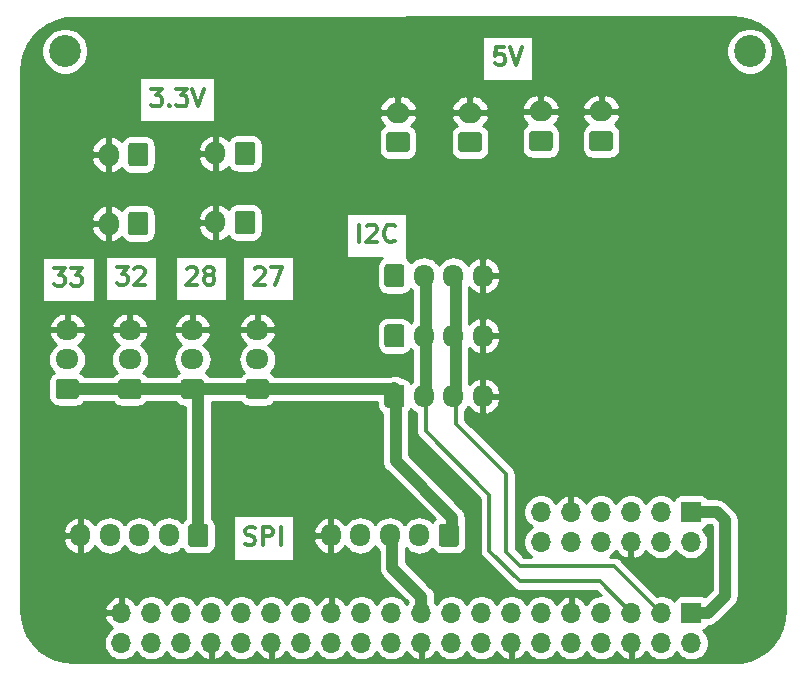
<source format=gbr>
%TF.GenerationSoftware,KiCad,Pcbnew,(5.1.6)-1*%
%TF.CreationDate,2022-01-03T19:53:18+01:00*%
%TF.ProjectId,carte_domotique,63617274-655f-4646-9f6d-6f7469717565,rev?*%
%TF.SameCoordinates,Original*%
%TF.FileFunction,Copper,L1,Top*%
%TF.FilePolarity,Positive*%
%FSLAX46Y46*%
G04 Gerber Fmt 4.6, Leading zero omitted, Abs format (unit mm)*
G04 Created by KiCad (PCBNEW (5.1.6)-1) date 2022-01-03 19:53:18*
%MOMM*%
%LPD*%
G01*
G04 APERTURE LIST*
%TA.AperFunction,NonConductor*%
%ADD10C,0.300000*%
%TD*%
%TA.AperFunction,WasherPad*%
%ADD11C,2.700000*%
%TD*%
%TA.AperFunction,ComponentPad*%
%ADD12O,1.700000X1.950000*%
%TD*%
%TA.AperFunction,ComponentPad*%
%ADD13O,1.950000X1.700000*%
%TD*%
%TA.AperFunction,ComponentPad*%
%ADD14O,1.700000X2.000000*%
%TD*%
%TA.AperFunction,ComponentPad*%
%ADD15O,2.000000X1.700000*%
%TD*%
%TA.AperFunction,ComponentPad*%
%ADD16O,1.700000X1.700000*%
%TD*%
%TA.AperFunction,ComponentPad*%
%ADD17R,1.700000X1.700000*%
%TD*%
%TA.AperFunction,Conductor*%
%ADD18C,1.000000*%
%TD*%
%TA.AperFunction,Conductor*%
%ADD19C,0.300000*%
%TD*%
%TA.AperFunction,Conductor*%
%ADD20C,0.254000*%
%TD*%
G04 APERTURE END LIST*
D10*
X139957142Y-69321428D02*
X140028571Y-69250000D01*
X140171428Y-69178571D01*
X140528571Y-69178571D01*
X140671428Y-69250000D01*
X140742857Y-69321428D01*
X140814285Y-69464285D01*
X140814285Y-69607142D01*
X140742857Y-69821428D01*
X139885714Y-70678571D01*
X140814285Y-70678571D01*
X141314285Y-69178571D02*
X142314285Y-69178571D01*
X141671428Y-70678571D01*
X134257142Y-69321428D02*
X134328571Y-69250000D01*
X134471428Y-69178571D01*
X134828571Y-69178571D01*
X134971428Y-69250000D01*
X135042857Y-69321428D01*
X135114285Y-69464285D01*
X135114285Y-69607142D01*
X135042857Y-69821428D01*
X134185714Y-70678571D01*
X135114285Y-70678571D01*
X135971428Y-69821428D02*
X135828571Y-69750000D01*
X135757142Y-69678571D01*
X135685714Y-69535714D01*
X135685714Y-69464285D01*
X135757142Y-69321428D01*
X135828571Y-69250000D01*
X135971428Y-69178571D01*
X136257142Y-69178571D01*
X136400000Y-69250000D01*
X136471428Y-69321428D01*
X136542857Y-69464285D01*
X136542857Y-69535714D01*
X136471428Y-69678571D01*
X136400000Y-69750000D01*
X136257142Y-69821428D01*
X135971428Y-69821428D01*
X135828571Y-69892857D01*
X135757142Y-69964285D01*
X135685714Y-70107142D01*
X135685714Y-70392857D01*
X135757142Y-70535714D01*
X135828571Y-70607142D01*
X135971428Y-70678571D01*
X136257142Y-70678571D01*
X136400000Y-70607142D01*
X136471428Y-70535714D01*
X136542857Y-70392857D01*
X136542857Y-70107142D01*
X136471428Y-69964285D01*
X136400000Y-69892857D01*
X136257142Y-69821428D01*
X128285714Y-69178571D02*
X129214285Y-69178571D01*
X128714285Y-69750000D01*
X128928571Y-69750000D01*
X129071428Y-69821428D01*
X129142857Y-69892857D01*
X129214285Y-70035714D01*
X129214285Y-70392857D01*
X129142857Y-70535714D01*
X129071428Y-70607142D01*
X128928571Y-70678571D01*
X128500000Y-70678571D01*
X128357142Y-70607142D01*
X128285714Y-70535714D01*
X129785714Y-69321428D02*
X129857142Y-69250000D01*
X130000000Y-69178571D01*
X130357142Y-69178571D01*
X130500000Y-69250000D01*
X130571428Y-69321428D01*
X130642857Y-69464285D01*
X130642857Y-69607142D01*
X130571428Y-69821428D01*
X129714285Y-70678571D01*
X130642857Y-70678571D01*
X122985714Y-69278571D02*
X123914285Y-69278571D01*
X123414285Y-69850000D01*
X123628571Y-69850000D01*
X123771428Y-69921428D01*
X123842857Y-69992857D01*
X123914285Y-70135714D01*
X123914285Y-70492857D01*
X123842857Y-70635714D01*
X123771428Y-70707142D01*
X123628571Y-70778571D01*
X123200000Y-70778571D01*
X123057142Y-70707142D01*
X122985714Y-70635714D01*
X124414285Y-69278571D02*
X125342857Y-69278571D01*
X124842857Y-69850000D01*
X125057142Y-69850000D01*
X125200000Y-69921428D01*
X125271428Y-69992857D01*
X125342857Y-70135714D01*
X125342857Y-70492857D01*
X125271428Y-70635714D01*
X125200000Y-70707142D01*
X125057142Y-70778571D01*
X124628571Y-70778571D01*
X124485714Y-70707142D01*
X124414285Y-70635714D01*
X131185714Y-54078571D02*
X132114285Y-54078571D01*
X131614285Y-54650000D01*
X131828571Y-54650000D01*
X131971428Y-54721428D01*
X132042857Y-54792857D01*
X132114285Y-54935714D01*
X132114285Y-55292857D01*
X132042857Y-55435714D01*
X131971428Y-55507142D01*
X131828571Y-55578571D01*
X131400000Y-55578571D01*
X131257142Y-55507142D01*
X131185714Y-55435714D01*
X132757142Y-55435714D02*
X132828571Y-55507142D01*
X132757142Y-55578571D01*
X132685714Y-55507142D01*
X132757142Y-55435714D01*
X132757142Y-55578571D01*
X133328571Y-54078571D02*
X134257142Y-54078571D01*
X133757142Y-54650000D01*
X133971428Y-54650000D01*
X134114285Y-54721428D01*
X134185714Y-54792857D01*
X134257142Y-54935714D01*
X134257142Y-55292857D01*
X134185714Y-55435714D01*
X134114285Y-55507142D01*
X133971428Y-55578571D01*
X133542857Y-55578571D01*
X133400000Y-55507142D01*
X133328571Y-55435714D01*
X134685714Y-54078571D02*
X135185714Y-55578571D01*
X135685714Y-54078571D01*
X148835714Y-67078571D02*
X148835714Y-65578571D01*
X149478571Y-65721428D02*
X149550000Y-65650000D01*
X149692857Y-65578571D01*
X150050000Y-65578571D01*
X150192857Y-65650000D01*
X150264285Y-65721428D01*
X150335714Y-65864285D01*
X150335714Y-66007142D01*
X150264285Y-66221428D01*
X149407142Y-67078571D01*
X150335714Y-67078571D01*
X151835714Y-66935714D02*
X151764285Y-67007142D01*
X151550000Y-67078571D01*
X151407142Y-67078571D01*
X151192857Y-67007142D01*
X151050000Y-66864285D01*
X150978571Y-66721428D01*
X150907142Y-66435714D01*
X150907142Y-66221428D01*
X150978571Y-65935714D01*
X151050000Y-65792857D01*
X151192857Y-65650000D01*
X151407142Y-65578571D01*
X151550000Y-65578571D01*
X151764285Y-65650000D01*
X151835714Y-65721428D01*
X161114285Y-50578571D02*
X160400000Y-50578571D01*
X160328571Y-51292857D01*
X160400000Y-51221428D01*
X160542857Y-51150000D01*
X160900000Y-51150000D01*
X161042857Y-51221428D01*
X161114285Y-51292857D01*
X161185714Y-51435714D01*
X161185714Y-51792857D01*
X161114285Y-51935714D01*
X161042857Y-52007142D01*
X160900000Y-52078571D01*
X160542857Y-52078571D01*
X160400000Y-52007142D01*
X160328571Y-51935714D01*
X161614285Y-50578571D02*
X162114285Y-52078571D01*
X162614285Y-50578571D01*
X139164285Y-92607142D02*
X139378571Y-92678571D01*
X139735714Y-92678571D01*
X139878571Y-92607142D01*
X139950000Y-92535714D01*
X140021428Y-92392857D01*
X140021428Y-92250000D01*
X139950000Y-92107142D01*
X139878571Y-92035714D01*
X139735714Y-91964285D01*
X139450000Y-91892857D01*
X139307142Y-91821428D01*
X139235714Y-91750000D01*
X139164285Y-91607142D01*
X139164285Y-91464285D01*
X139235714Y-91321428D01*
X139307142Y-91250000D01*
X139450000Y-91178571D01*
X139807142Y-91178571D01*
X140021428Y-91250000D01*
X140664285Y-92678571D02*
X140664285Y-91178571D01*
X141235714Y-91178571D01*
X141378571Y-91250000D01*
X141450000Y-91321428D01*
X141521428Y-91464285D01*
X141521428Y-91678571D01*
X141450000Y-91821428D01*
X141378571Y-91892857D01*
X141235714Y-91964285D01*
X140664285Y-91964285D01*
X142164285Y-92678571D02*
X142164285Y-91178571D01*
D11*
%TO.P,H2,*%
%TO.N,*%
X181900000Y-50900000D03*
%TD*%
%TO.P,H1,*%
%TO.N,*%
X123900000Y-50900000D03*
%TD*%
D12*
%TO.P,J12,4*%
%TO.N,GND*%
X159300000Y-69900000D03*
%TO.P,J12,3*%
%TO.N,SDA*%
X156800000Y-69900000D03*
%TO.P,J12,2*%
%TO.N,SCL*%
X154300000Y-69900000D03*
%TO.P,J12,1*%
%TO.N,+5V*%
%TA.AperFunction,ComponentPad*%
G36*
G01*
X150950000Y-70625000D02*
X150950000Y-69175000D01*
G75*
G02*
X151200000Y-68925000I250000J0D01*
G01*
X152400000Y-68925000D01*
G75*
G02*
X152650000Y-69175000I0J-250000D01*
G01*
X152650000Y-70625000D01*
G75*
G02*
X152400000Y-70875000I-250000J0D01*
G01*
X151200000Y-70875000D01*
G75*
G02*
X150950000Y-70625000I0J250000D01*
G01*
G37*
%TD.AperFunction*%
%TD*%
%TO.P,J11,4*%
%TO.N,GND*%
X159300000Y-80100000D03*
%TO.P,J11,3*%
%TO.N,SDA*%
X156800000Y-80100000D03*
%TO.P,J11,2*%
%TO.N,SCL*%
X154300000Y-80100000D03*
%TO.P,J11,1*%
%TO.N,+5V*%
%TA.AperFunction,ComponentPad*%
G36*
G01*
X150950000Y-80825000D02*
X150950000Y-79375000D01*
G75*
G02*
X151200000Y-79125000I250000J0D01*
G01*
X152400000Y-79125000D01*
G75*
G02*
X152650000Y-79375000I0J-250000D01*
G01*
X152650000Y-80825000D01*
G75*
G02*
X152400000Y-81075000I-250000J0D01*
G01*
X151200000Y-81075000D01*
G75*
G02*
X150950000Y-80825000I0J250000D01*
G01*
G37*
%TD.AperFunction*%
%TD*%
%TO.P,J10,4*%
%TO.N,GND*%
X159300000Y-75000000D03*
%TO.P,J10,3*%
%TO.N,SDA*%
X156800000Y-75000000D03*
%TO.P,J10,2*%
%TO.N,SCL*%
X154300000Y-75000000D03*
%TO.P,J10,1*%
%TO.N,+5V*%
%TA.AperFunction,ComponentPad*%
G36*
G01*
X150950000Y-75725000D02*
X150950000Y-74275000D01*
G75*
G02*
X151200000Y-74025000I250000J0D01*
G01*
X152400000Y-74025000D01*
G75*
G02*
X152650000Y-74275000I0J-250000D01*
G01*
X152650000Y-75725000D01*
G75*
G02*
X152400000Y-75975000I-250000J0D01*
G01*
X151200000Y-75975000D01*
G75*
G02*
X150950000Y-75725000I0J250000D01*
G01*
G37*
%TD.AperFunction*%
%TD*%
D13*
%TO.P,J9,3*%
%TO.N,GND*%
X134700000Y-74500000D03*
%TO.P,J9,2*%
%TO.N,Net-(J2-Pad28)*%
X134700000Y-77000000D03*
%TO.P,J9,1*%
%TO.N,+5V*%
%TA.AperFunction,ComponentPad*%
G36*
G01*
X135425000Y-80350000D02*
X133975000Y-80350000D01*
G75*
G02*
X133725000Y-80100000I0J250000D01*
G01*
X133725000Y-78900000D01*
G75*
G02*
X133975000Y-78650000I250000J0D01*
G01*
X135425000Y-78650000D01*
G75*
G02*
X135675000Y-78900000I0J-250000D01*
G01*
X135675000Y-80100000D01*
G75*
G02*
X135425000Y-80350000I-250000J0D01*
G01*
G37*
%TD.AperFunction*%
%TD*%
%TO.P,J8,3*%
%TO.N,GND*%
X140200000Y-74500000D03*
%TO.P,J8,2*%
%TO.N,Net-(J2-Pad27)*%
X140200000Y-77000000D03*
%TO.P,J8,1*%
%TO.N,+5V*%
%TA.AperFunction,ComponentPad*%
G36*
G01*
X140925000Y-80350000D02*
X139475000Y-80350000D01*
G75*
G02*
X139225000Y-80100000I0J250000D01*
G01*
X139225000Y-78900000D01*
G75*
G02*
X139475000Y-78650000I250000J0D01*
G01*
X140925000Y-78650000D01*
G75*
G02*
X141175000Y-78900000I0J-250000D01*
G01*
X141175000Y-80100000D01*
G75*
G02*
X140925000Y-80350000I-250000J0D01*
G01*
G37*
%TD.AperFunction*%
%TD*%
%TO.P,J7,3*%
%TO.N,GND*%
X124100000Y-74500000D03*
%TO.P,J7,2*%
%TO.N,Net-(J2-Pad33)*%
X124100000Y-77000000D03*
%TO.P,J7,1*%
%TO.N,+5V*%
%TA.AperFunction,ComponentPad*%
G36*
G01*
X124825000Y-80350000D02*
X123375000Y-80350000D01*
G75*
G02*
X123125000Y-80100000I0J250000D01*
G01*
X123125000Y-78900000D01*
G75*
G02*
X123375000Y-78650000I250000J0D01*
G01*
X124825000Y-78650000D01*
G75*
G02*
X125075000Y-78900000I0J-250000D01*
G01*
X125075000Y-80100000D01*
G75*
G02*
X124825000Y-80350000I-250000J0D01*
G01*
G37*
%TD.AperFunction*%
%TD*%
%TO.P,J6,3*%
%TO.N,GND*%
X129400000Y-74500000D03*
%TO.P,J6,2*%
%TO.N,Net-(J2-Pad32)*%
X129400000Y-77000000D03*
%TO.P,J6,1*%
%TO.N,+5V*%
%TA.AperFunction,ComponentPad*%
G36*
G01*
X130125000Y-80350000D02*
X128675000Y-80350000D01*
G75*
G02*
X128425000Y-80100000I0J250000D01*
G01*
X128425000Y-78900000D01*
G75*
G02*
X128675000Y-78650000I250000J0D01*
G01*
X130125000Y-78650000D01*
G75*
G02*
X130375000Y-78900000I0J-250000D01*
G01*
X130375000Y-80100000D01*
G75*
G02*
X130125000Y-80350000I-250000J0D01*
G01*
G37*
%TD.AperFunction*%
%TD*%
D14*
%TO.P,J19,2*%
%TO.N,GND*%
X136650000Y-59550000D03*
%TO.P,J19,1*%
%TO.N,+3V3*%
%TA.AperFunction,ComponentPad*%
G36*
G01*
X140000000Y-58799900D02*
X140000000Y-60300100D01*
G75*
G02*
X139750100Y-60550000I-249900J0D01*
G01*
X138549900Y-60550000D01*
G75*
G02*
X138300000Y-60300100I0J249900D01*
G01*
X138300000Y-58799900D01*
G75*
G02*
X138549900Y-58550000I249900J0D01*
G01*
X139750100Y-58550000D01*
G75*
G02*
X140000000Y-58799900I0J-249900D01*
G01*
G37*
%TD.AperFunction*%
%TD*%
%TO.P,J18,2*%
%TO.N,GND*%
X136650000Y-65400000D03*
%TO.P,J18,1*%
%TO.N,+3V3*%
%TA.AperFunction,ComponentPad*%
G36*
G01*
X140000000Y-64650000D02*
X140000000Y-66150000D01*
G75*
G02*
X139750000Y-66400000I-250000J0D01*
G01*
X138550000Y-66400000D01*
G75*
G02*
X138300000Y-66150000I0J250000D01*
G01*
X138300000Y-64650000D01*
G75*
G02*
X138550000Y-64400000I250000J0D01*
G01*
X139750000Y-64400000D01*
G75*
G02*
X140000000Y-64650000I0J-250000D01*
G01*
G37*
%TD.AperFunction*%
%TD*%
%TO.P,J17,2*%
%TO.N,GND*%
X127600000Y-59650000D03*
%TO.P,J17,1*%
%TO.N,+3V3*%
%TA.AperFunction,ComponentPad*%
G36*
G01*
X130950000Y-58900000D02*
X130950000Y-60400000D01*
G75*
G02*
X130700000Y-60650000I-250000J0D01*
G01*
X129500000Y-60650000D01*
G75*
G02*
X129250000Y-60400000I0J250000D01*
G01*
X129250000Y-58900000D01*
G75*
G02*
X129500000Y-58650000I250000J0D01*
G01*
X130700000Y-58650000D01*
G75*
G02*
X130950000Y-58900000I0J-250000D01*
G01*
G37*
%TD.AperFunction*%
%TD*%
%TO.P,J16,2*%
%TO.N,GND*%
X127600000Y-65500000D03*
%TO.P,J16,1*%
%TO.N,+3V3*%
%TA.AperFunction,ComponentPad*%
G36*
G01*
X130950000Y-64750000D02*
X130950000Y-66250000D01*
G75*
G02*
X130700000Y-66500000I-250000J0D01*
G01*
X129500000Y-66500000D01*
G75*
G02*
X129250000Y-66250000I0J250000D01*
G01*
X129250000Y-64750000D01*
G75*
G02*
X129500000Y-64500000I250000J0D01*
G01*
X130700000Y-64500000D01*
G75*
G02*
X130950000Y-64750000I0J-250000D01*
G01*
G37*
%TD.AperFunction*%
%TD*%
D12*
%TO.P,J5,5*%
%TO.N,GND*%
X146400000Y-91900000D03*
%TO.P,J5,4*%
%TO.N,Net-(J2-Pad23)*%
X148900000Y-91900000D03*
%TO.P,J5,3*%
%TO.N,Net-(J2-Pad19)*%
X151400000Y-91900000D03*
%TO.P,J5,2*%
%TO.N,Net-(J2-Pad21)*%
X153900000Y-91900000D03*
%TO.P,J5,1*%
%TO.N,+5V*%
%TA.AperFunction,ComponentPad*%
G36*
G01*
X157250000Y-91175000D02*
X157250000Y-92625000D01*
G75*
G02*
X157000000Y-92875000I-250000J0D01*
G01*
X155800000Y-92875000D01*
G75*
G02*
X155550000Y-92625000I0J250000D01*
G01*
X155550000Y-91175000D01*
G75*
G02*
X155800000Y-90925000I250000J0D01*
G01*
X157000000Y-90925000D01*
G75*
G02*
X157250000Y-91175000I0J-250000D01*
G01*
G37*
%TD.AperFunction*%
%TD*%
%TO.P,J4,5*%
%TO.N,GND*%
X125200000Y-91900000D03*
%TO.P,J4,4*%
%TO.N,Net-(J2-Pad40)*%
X127700000Y-91900000D03*
%TO.P,J4,3*%
%TO.N,Net-(J2-Pad38)*%
X130200000Y-91900000D03*
%TO.P,J4,2*%
%TO.N,Net-(J2-Pad35)*%
X132700000Y-91900000D03*
%TO.P,J4,1*%
%TO.N,+5V*%
%TA.AperFunction,ComponentPad*%
G36*
G01*
X136050000Y-91175000D02*
X136050000Y-92625000D01*
G75*
G02*
X135800000Y-92875000I-250000J0D01*
G01*
X134600000Y-92875000D01*
G75*
G02*
X134350000Y-92625000I0J250000D01*
G01*
X134350000Y-91175000D01*
G75*
G02*
X134600000Y-90925000I250000J0D01*
G01*
X135800000Y-90925000D01*
G75*
G02*
X136050000Y-91175000I0J-250000D01*
G01*
G37*
%TD.AperFunction*%
%TD*%
D15*
%TO.P,J15,2*%
%TO.N,GND*%
X169300000Y-56000000D03*
%TO.P,J15,1*%
%TO.N,+5V*%
%TA.AperFunction,ComponentPad*%
G36*
G01*
X170050000Y-59350000D02*
X168550000Y-59350000D01*
G75*
G02*
X168300000Y-59100000I0J250000D01*
G01*
X168300000Y-57900000D01*
G75*
G02*
X168550000Y-57650000I250000J0D01*
G01*
X170050000Y-57650000D01*
G75*
G02*
X170300000Y-57900000I0J-250000D01*
G01*
X170300000Y-59100000D01*
G75*
G02*
X170050000Y-59350000I-250000J0D01*
G01*
G37*
%TD.AperFunction*%
%TD*%
%TO.P,J14,2*%
%TO.N,GND*%
X164200000Y-56000000D03*
%TO.P,J14,1*%
%TO.N,+5V*%
%TA.AperFunction,ComponentPad*%
G36*
G01*
X164950000Y-59350000D02*
X163450000Y-59350000D01*
G75*
G02*
X163200000Y-59100000I0J250000D01*
G01*
X163200000Y-57900000D01*
G75*
G02*
X163450000Y-57650000I250000J0D01*
G01*
X164950000Y-57650000D01*
G75*
G02*
X165200000Y-57900000I0J-250000D01*
G01*
X165200000Y-59100000D01*
G75*
G02*
X164950000Y-59350000I-250000J0D01*
G01*
G37*
%TD.AperFunction*%
%TD*%
%TO.P,J13,2*%
%TO.N,GND*%
X158200000Y-56100000D03*
%TO.P,J13,1*%
%TO.N,+5V*%
%TA.AperFunction,ComponentPad*%
G36*
G01*
X158950000Y-59450000D02*
X157450000Y-59450000D01*
G75*
G02*
X157200000Y-59200000I0J250000D01*
G01*
X157200000Y-58000000D01*
G75*
G02*
X157450000Y-57750000I250000J0D01*
G01*
X158950000Y-57750000D01*
G75*
G02*
X159200000Y-58000000I0J-250000D01*
G01*
X159200000Y-59200000D01*
G75*
G02*
X158950000Y-59450000I-250000J0D01*
G01*
G37*
%TD.AperFunction*%
%TD*%
%TO.P,J3,2*%
%TO.N,GND*%
X152100000Y-56100000D03*
%TO.P,J3,1*%
%TO.N,+5V*%
%TA.AperFunction,ComponentPad*%
G36*
G01*
X152850000Y-59450000D02*
X151350000Y-59450000D01*
G75*
G02*
X151100000Y-59200000I0J250000D01*
G01*
X151100000Y-58000000D01*
G75*
G02*
X151350000Y-57750000I250000J0D01*
G01*
X152850000Y-57750000D01*
G75*
G02*
X153100000Y-58000000I0J-250000D01*
G01*
X153100000Y-59200000D01*
G75*
G02*
X152850000Y-59450000I-250000J0D01*
G01*
G37*
%TD.AperFunction*%
%TD*%
D16*
%TO.P,J1,12*%
%TO.N,/SW1*%
X164200000Y-92440000D03*
%TO.P,J1,11*%
%TO.N,reset*%
X164200000Y-89900000D03*
%TO.P,J1,10*%
%TO.N,Net-(J1-Pad10)*%
X166740000Y-92440000D03*
%TO.P,J1,9*%
%TO.N,GND*%
X166740000Y-89900000D03*
%TO.P,J1,8*%
%TO.N,Net-(J1-Pad8)*%
X169280000Y-92440000D03*
%TO.P,J1,7*%
%TO.N,Net-(J1-Pad7)*%
X169280000Y-89900000D03*
%TO.P,J1,6*%
%TO.N,GND*%
X171820000Y-92440000D03*
%TO.P,J1,5*%
%TO.N,Net-(J1-Pad5)*%
X171820000Y-89900000D03*
%TO.P,J1,4*%
%TO.N,+5V*%
X174360000Y-92440000D03*
%TO.P,J1,3*%
%TO.N,Net-(J1-Pad3)*%
X174360000Y-89900000D03*
%TO.P,J1,2*%
%TO.N,+5V*%
X176900000Y-92440000D03*
D17*
%TO.P,J1,1*%
%TO.N,+3V3*%
X176900000Y-89900000D03*
%TD*%
D16*
%TO.P,J2,40*%
%TO.N,Net-(J2-Pad40)*%
X128680000Y-101000000D03*
%TO.P,J2,39*%
%TO.N,GND*%
X128680000Y-98460000D03*
%TO.P,J2,38*%
%TO.N,Net-(J2-Pad38)*%
X131220000Y-101000000D03*
%TO.P,J2,37*%
%TO.N,Net-(J2-Pad37)*%
X131220000Y-98460000D03*
%TO.P,J2,36*%
%TO.N,Net-(J2-Pad36)*%
X133760000Y-101000000D03*
%TO.P,J2,35*%
%TO.N,Net-(J2-Pad35)*%
X133760000Y-98460000D03*
%TO.P,J2,34*%
%TO.N,GND*%
X136300000Y-101000000D03*
%TO.P,J2,33*%
%TO.N,Net-(J2-Pad33)*%
X136300000Y-98460000D03*
%TO.P,J2,32*%
%TO.N,Net-(J2-Pad32)*%
X138840000Y-101000000D03*
%TO.P,J2,31*%
%TO.N,Net-(J2-Pad31)*%
X138840000Y-98460000D03*
%TO.P,J2,30*%
%TO.N,GND*%
X141380000Y-101000000D03*
%TO.P,J2,29*%
%TO.N,Net-(J2-Pad29)*%
X141380000Y-98460000D03*
%TO.P,J2,28*%
%TO.N,Net-(J2-Pad28)*%
X143920000Y-101000000D03*
%TO.P,J2,27*%
%TO.N,Net-(J2-Pad27)*%
X143920000Y-98460000D03*
%TO.P,J2,26*%
%TO.N,Net-(J2-Pad26)*%
X146460000Y-101000000D03*
%TO.P,J2,25*%
%TO.N,GND*%
X146460000Y-98460000D03*
%TO.P,J2,24*%
%TO.N,Net-(J2-Pad24)*%
X149000000Y-101000000D03*
%TO.P,J2,23*%
%TO.N,Net-(J2-Pad23)*%
X149000000Y-98460000D03*
%TO.P,J2,22*%
%TO.N,Net-(J2-Pad22)*%
X151540000Y-101000000D03*
%TO.P,J2,21*%
%TO.N,Net-(J2-Pad21)*%
X151540000Y-98460000D03*
%TO.P,J2,20*%
%TO.N,GND*%
X154080000Y-101000000D03*
%TO.P,J2,19*%
%TO.N,Net-(J2-Pad19)*%
X154080000Y-98460000D03*
%TO.P,J2,18*%
%TO.N,Net-(J2-Pad18)*%
X156620000Y-101000000D03*
%TO.P,J2,17*%
%TO.N,+3V3*%
X156620000Y-98460000D03*
%TO.P,J2,16*%
%TO.N,Net-(J2-Pad16)*%
X159160000Y-101000000D03*
%TO.P,J2,15*%
%TO.N,Net-(J2-Pad15)*%
X159160000Y-98460000D03*
%TO.P,J2,14*%
%TO.N,GND*%
X161700000Y-101000000D03*
%TO.P,J2,13*%
%TO.N,Net-(J2-Pad13)*%
X161700000Y-98460000D03*
%TO.P,J2,12*%
%TO.N,/SW1*%
X164240000Y-101000000D03*
%TO.P,J2,11*%
%TO.N,reset*%
X164240000Y-98460000D03*
%TO.P,J2,10*%
%TO.N,Net-(J1-Pad10)*%
X166780000Y-101000000D03*
%TO.P,J2,9*%
%TO.N,GND*%
X166780000Y-98460000D03*
%TO.P,J2,8*%
%TO.N,Net-(J1-Pad8)*%
X169320000Y-101000000D03*
%TO.P,J2,7*%
%TO.N,Net-(J2-Pad7)*%
X169320000Y-98460000D03*
%TO.P,J2,6*%
%TO.N,GND*%
X171860000Y-101000000D03*
%TO.P,J2,5*%
%TO.N,SCL*%
X171860000Y-98460000D03*
%TO.P,J2,4*%
%TO.N,+5V*%
X174400000Y-101000000D03*
%TO.P,J2,3*%
%TO.N,SDA*%
X174400000Y-98460000D03*
%TO.P,J2,2*%
%TO.N,+5V*%
X176940000Y-101000000D03*
D17*
%TO.P,J2,1*%
%TO.N,+3V3*%
X176940000Y-98460000D03*
%TD*%
D18*
%TO.N,Net-(J2-Pad19)*%
X154080000Y-98460000D02*
X154080000Y-97080000D01*
X151620000Y-94620000D02*
X151620000Y-92300000D01*
X154080000Y-97080000D02*
X151620000Y-94620000D01*
%TO.N,+3V3*%
X176940000Y-98460000D02*
X178340000Y-98460000D01*
X178340000Y-98460000D02*
X179800000Y-97000000D01*
X179800000Y-97000000D02*
X179800000Y-90600000D01*
X179100000Y-89900000D02*
X176900000Y-89900000D01*
X179800000Y-90600000D02*
X179100000Y-89900000D01*
D19*
%TO.N,SCL*%
X154440000Y-83090000D02*
X154440000Y-79545000D01*
X169200000Y-95800000D02*
X162400000Y-95800000D01*
X171860000Y-98460000D02*
X169200000Y-95800000D01*
X162400000Y-95800000D02*
X159800000Y-93200000D01*
X159800000Y-93200000D02*
X159800000Y-88450000D01*
X159800000Y-88450000D02*
X154440000Y-83090000D01*
D18*
X154440000Y-79545000D02*
X154440000Y-70245000D01*
D19*
%TO.N,SDA*%
X170415000Y-94475000D02*
X162475000Y-94475000D01*
X174400000Y-98460000D02*
X170415000Y-94475000D01*
X162475000Y-94475000D02*
X161275000Y-93275000D01*
X161275000Y-93275000D02*
X161275000Y-86725000D01*
X156980000Y-82430000D02*
X156980000Y-79545000D01*
X161275000Y-86725000D02*
X156980000Y-82430000D01*
D18*
X156980000Y-79545000D02*
X156980000Y-70245000D01*
%TO.N,+5V*%
X151720000Y-79725000D02*
X151900000Y-79545000D01*
X151800000Y-79445000D02*
X151900000Y-79545000D01*
X156700000Y-92300000D02*
X156700000Y-90400000D01*
X156700000Y-90400000D02*
X151900000Y-85600000D01*
X151900000Y-85600000D02*
X151900000Y-81125000D01*
X151900000Y-81125000D02*
X151900000Y-79545000D01*
X151855000Y-79500000D02*
X151900000Y-79545000D01*
X124100000Y-79500000D02*
X151855000Y-79500000D01*
X135200000Y-80000000D02*
X134700000Y-79500000D01*
X135200000Y-91900000D02*
X135200000Y-80000000D01*
%TD*%
D20*
%TO.N,GND*%
G36*
X181179245Y-48080697D02*
G01*
X181934808Y-48283149D01*
X182643739Y-48613729D01*
X183284499Y-49062394D01*
X183837608Y-49615504D01*
X184286271Y-50256261D01*
X184616850Y-50965190D01*
X184819303Y-51720755D01*
X184890006Y-52528895D01*
X184899994Y-98190670D01*
X184827563Y-99002249D01*
X184620328Y-99759774D01*
X184282221Y-100468627D01*
X183823928Y-101106410D01*
X183259945Y-101652946D01*
X182608085Y-102090978D01*
X181888963Y-102406651D01*
X181120232Y-102591206D01*
X180455792Y-102640000D01*
X124629392Y-102640000D01*
X123817751Y-102567563D01*
X123060226Y-102360328D01*
X122351373Y-102022221D01*
X121713590Y-101563928D01*
X121167054Y-100999945D01*
X120729022Y-100348085D01*
X120413349Y-99628963D01*
X120228794Y-98860232D01*
X120179989Y-98195646D01*
X120179949Y-98103109D01*
X127238519Y-98103109D01*
X127359186Y-98333000D01*
X128553000Y-98333000D01*
X128553000Y-97139845D01*
X128323110Y-97018524D01*
X128175901Y-97063175D01*
X127913080Y-97188359D01*
X127679731Y-97362412D01*
X127484822Y-97578645D01*
X127335843Y-97828748D01*
X127238519Y-98103109D01*
X120179949Y-98103109D01*
X120177390Y-92259267D01*
X123733680Y-92259267D01*
X123807558Y-92540830D01*
X123934947Y-92802570D01*
X124110951Y-93034429D01*
X124328807Y-93227496D01*
X124580142Y-93374352D01*
X124843110Y-93466476D01*
X125073000Y-93345155D01*
X125073000Y-92027000D01*
X123873835Y-92027000D01*
X123733680Y-92259267D01*
X120177390Y-92259267D01*
X120177076Y-91540733D01*
X123733680Y-91540733D01*
X123873835Y-91773000D01*
X125073000Y-91773000D01*
X125073000Y-90454845D01*
X124843110Y-90333524D01*
X124580142Y-90425648D01*
X124328807Y-90572504D01*
X124110951Y-90765571D01*
X123934947Y-90997430D01*
X123807558Y-91259170D01*
X123733680Y-91540733D01*
X120177076Y-91540733D01*
X120170708Y-77000000D01*
X122482815Y-77000000D01*
X122511487Y-77291111D01*
X122596401Y-77571034D01*
X122734294Y-77829014D01*
X122919866Y-78055134D01*
X122983337Y-78107223D01*
X122881614Y-78161595D01*
X122747038Y-78272038D01*
X122636595Y-78406614D01*
X122554528Y-78560150D01*
X122503992Y-78726746D01*
X122486928Y-78900000D01*
X122486928Y-80100000D01*
X122503992Y-80273254D01*
X122554528Y-80439850D01*
X122636595Y-80593386D01*
X122747038Y-80727962D01*
X122881614Y-80838405D01*
X123035150Y-80920472D01*
X123201746Y-80971008D01*
X123375000Y-80988072D01*
X124825000Y-80988072D01*
X124998254Y-80971008D01*
X125164850Y-80920472D01*
X125318386Y-80838405D01*
X125452962Y-80727962D01*
X125529253Y-80635000D01*
X127970747Y-80635000D01*
X128047038Y-80727962D01*
X128181614Y-80838405D01*
X128335150Y-80920472D01*
X128501746Y-80971008D01*
X128675000Y-80988072D01*
X130125000Y-80988072D01*
X130298254Y-80971008D01*
X130464850Y-80920472D01*
X130618386Y-80838405D01*
X130752962Y-80727962D01*
X130829253Y-80635000D01*
X133270747Y-80635000D01*
X133347038Y-80727962D01*
X133481614Y-80838405D01*
X133635150Y-80920472D01*
X133801746Y-80971008D01*
X133975000Y-80988072D01*
X134065001Y-80988072D01*
X134065000Y-90470746D01*
X133972038Y-90547038D01*
X133861595Y-90681614D01*
X133807223Y-90783337D01*
X133755134Y-90719866D01*
X133529014Y-90534294D01*
X133271034Y-90396401D01*
X132991111Y-90311487D01*
X132700000Y-90282815D01*
X132408890Y-90311487D01*
X132128967Y-90396401D01*
X131870987Y-90534294D01*
X131644866Y-90719866D01*
X131459294Y-90945986D01*
X131450000Y-90963374D01*
X131440706Y-90945986D01*
X131255134Y-90719866D01*
X131029014Y-90534294D01*
X130771034Y-90396401D01*
X130491111Y-90311487D01*
X130200000Y-90282815D01*
X129908890Y-90311487D01*
X129628967Y-90396401D01*
X129370987Y-90534294D01*
X129144866Y-90719866D01*
X128959294Y-90945986D01*
X128950000Y-90963374D01*
X128940706Y-90945986D01*
X128755134Y-90719866D01*
X128529014Y-90534294D01*
X128271034Y-90396401D01*
X127991111Y-90311487D01*
X127700000Y-90282815D01*
X127408890Y-90311487D01*
X127128967Y-90396401D01*
X126870987Y-90534294D01*
X126644866Y-90719866D01*
X126459294Y-90945986D01*
X126445538Y-90971722D01*
X126289049Y-90765571D01*
X126071193Y-90572504D01*
X125819858Y-90425648D01*
X125556890Y-90333524D01*
X125327000Y-90454845D01*
X125327000Y-91773000D01*
X125347000Y-91773000D01*
X125347000Y-92027000D01*
X125327000Y-92027000D01*
X125327000Y-93345155D01*
X125556890Y-93466476D01*
X125819858Y-93374352D01*
X126071193Y-93227496D01*
X126289049Y-93034429D01*
X126445538Y-92828278D01*
X126459294Y-92854013D01*
X126644866Y-93080134D01*
X126870986Y-93265706D01*
X127128966Y-93403599D01*
X127408889Y-93488513D01*
X127700000Y-93517185D01*
X127991110Y-93488513D01*
X128271033Y-93403599D01*
X128529013Y-93265706D01*
X128755134Y-93080134D01*
X128940706Y-92854014D01*
X128950000Y-92836626D01*
X128959294Y-92854013D01*
X129144866Y-93080134D01*
X129370986Y-93265706D01*
X129628966Y-93403599D01*
X129908889Y-93488513D01*
X130200000Y-93517185D01*
X130491110Y-93488513D01*
X130771033Y-93403599D01*
X131029013Y-93265706D01*
X131255134Y-93080134D01*
X131440706Y-92854014D01*
X131450000Y-92836626D01*
X131459294Y-92854013D01*
X131644866Y-93080134D01*
X131870986Y-93265706D01*
X132128966Y-93403599D01*
X132408889Y-93488513D01*
X132700000Y-93517185D01*
X132991110Y-93488513D01*
X133271033Y-93403599D01*
X133529013Y-93265706D01*
X133755134Y-93080134D01*
X133807223Y-93016663D01*
X133861595Y-93118386D01*
X133972038Y-93252962D01*
X134106614Y-93363405D01*
X134260150Y-93445472D01*
X134426746Y-93496008D01*
X134600000Y-93513072D01*
X135800000Y-93513072D01*
X135973254Y-93496008D01*
X136139850Y-93445472D01*
X136293386Y-93363405D01*
X136427962Y-93252962D01*
X136538405Y-93118386D01*
X136620472Y-92964850D01*
X136671008Y-92798254D01*
X136688072Y-92625000D01*
X136688072Y-91175000D01*
X136671008Y-91001746D01*
X136620472Y-90835150D01*
X136538405Y-90681614D01*
X136427962Y-90547038D01*
X136335000Y-90470747D01*
X136335000Y-90210000D01*
X138093572Y-90210000D01*
X138093572Y-94030000D01*
X143306429Y-94030000D01*
X143306429Y-92259267D01*
X144933680Y-92259267D01*
X145007558Y-92540830D01*
X145134947Y-92802570D01*
X145310951Y-93034429D01*
X145528807Y-93227496D01*
X145780142Y-93374352D01*
X146043110Y-93466476D01*
X146273000Y-93345155D01*
X146273000Y-92027000D01*
X145073835Y-92027000D01*
X144933680Y-92259267D01*
X143306429Y-92259267D01*
X143306429Y-91540733D01*
X144933680Y-91540733D01*
X145073835Y-91773000D01*
X146273000Y-91773000D01*
X146273000Y-90454845D01*
X146043110Y-90333524D01*
X145780142Y-90425648D01*
X145528807Y-90572504D01*
X145310951Y-90765571D01*
X145134947Y-90997430D01*
X145007558Y-91259170D01*
X144933680Y-91540733D01*
X143306429Y-91540733D01*
X143306429Y-90210000D01*
X138093572Y-90210000D01*
X136335000Y-90210000D01*
X136335000Y-80635000D01*
X138770747Y-80635000D01*
X138847038Y-80727962D01*
X138981614Y-80838405D01*
X139135150Y-80920472D01*
X139301746Y-80971008D01*
X139475000Y-80988072D01*
X140925000Y-80988072D01*
X141098254Y-80971008D01*
X141264850Y-80920472D01*
X141418386Y-80838405D01*
X141552962Y-80727962D01*
X141629253Y-80635000D01*
X150311928Y-80635000D01*
X150311928Y-80825000D01*
X150328992Y-80998254D01*
X150379528Y-81164850D01*
X150461595Y-81318386D01*
X150572038Y-81452962D01*
X150706614Y-81563405D01*
X150765001Y-81594614D01*
X150765000Y-85544248D01*
X150759509Y-85600000D01*
X150765000Y-85655751D01*
X150781423Y-85822498D01*
X150846324Y-86036446D01*
X150951716Y-86233623D01*
X151093551Y-86406449D01*
X151136865Y-86441996D01*
X155210413Y-90515545D01*
X155172038Y-90547038D01*
X155061595Y-90681614D01*
X155007223Y-90783337D01*
X154955134Y-90719866D01*
X154729014Y-90534294D01*
X154471034Y-90396401D01*
X154191111Y-90311487D01*
X153900000Y-90282815D01*
X153608890Y-90311487D01*
X153328967Y-90396401D01*
X153070987Y-90534294D01*
X152844866Y-90719866D01*
X152659294Y-90945986D01*
X152650000Y-90963374D01*
X152640706Y-90945986D01*
X152455134Y-90719866D01*
X152229014Y-90534294D01*
X151971034Y-90396401D01*
X151691111Y-90311487D01*
X151400000Y-90282815D01*
X151108890Y-90311487D01*
X150828967Y-90396401D01*
X150570987Y-90534294D01*
X150344866Y-90719866D01*
X150159294Y-90945986D01*
X150150000Y-90963374D01*
X150140706Y-90945986D01*
X149955134Y-90719866D01*
X149729014Y-90534294D01*
X149471034Y-90396401D01*
X149191111Y-90311487D01*
X148900000Y-90282815D01*
X148608890Y-90311487D01*
X148328967Y-90396401D01*
X148070987Y-90534294D01*
X147844866Y-90719866D01*
X147659294Y-90945986D01*
X147645538Y-90971722D01*
X147489049Y-90765571D01*
X147271193Y-90572504D01*
X147019858Y-90425648D01*
X146756890Y-90333524D01*
X146527000Y-90454845D01*
X146527000Y-91773000D01*
X146547000Y-91773000D01*
X146547000Y-92027000D01*
X146527000Y-92027000D01*
X146527000Y-93345155D01*
X146756890Y-93466476D01*
X147019858Y-93374352D01*
X147271193Y-93227496D01*
X147489049Y-93034429D01*
X147645538Y-92828278D01*
X147659294Y-92854013D01*
X147844866Y-93080134D01*
X148070986Y-93265706D01*
X148328966Y-93403599D01*
X148608889Y-93488513D01*
X148900000Y-93517185D01*
X149191110Y-93488513D01*
X149471033Y-93403599D01*
X149729013Y-93265706D01*
X149955134Y-93080134D01*
X150140706Y-92854014D01*
X150150000Y-92836626D01*
X150159294Y-92854013D01*
X150344866Y-93080134D01*
X150485001Y-93195140D01*
X150485000Y-94564248D01*
X150479509Y-94620000D01*
X150485000Y-94675751D01*
X150501423Y-94842498D01*
X150566324Y-95056446D01*
X150671716Y-95253623D01*
X150813551Y-95426449D01*
X150856865Y-95461996D01*
X152919200Y-97524331D01*
X152810000Y-97687760D01*
X152693475Y-97513368D01*
X152486632Y-97306525D01*
X152243411Y-97144010D01*
X151973158Y-97032068D01*
X151686260Y-96975000D01*
X151393740Y-96975000D01*
X151106842Y-97032068D01*
X150836589Y-97144010D01*
X150593368Y-97306525D01*
X150386525Y-97513368D01*
X150270000Y-97687760D01*
X150153475Y-97513368D01*
X149946632Y-97306525D01*
X149703411Y-97144010D01*
X149433158Y-97032068D01*
X149146260Y-96975000D01*
X148853740Y-96975000D01*
X148566842Y-97032068D01*
X148296589Y-97144010D01*
X148053368Y-97306525D01*
X147846525Y-97513368D01*
X147724805Y-97695534D01*
X147655178Y-97578645D01*
X147460269Y-97362412D01*
X147226920Y-97188359D01*
X146964099Y-97063175D01*
X146816890Y-97018524D01*
X146587000Y-97139845D01*
X146587000Y-98333000D01*
X146607000Y-98333000D01*
X146607000Y-98587000D01*
X146587000Y-98587000D01*
X146587000Y-98607000D01*
X146333000Y-98607000D01*
X146333000Y-98587000D01*
X146313000Y-98587000D01*
X146313000Y-98333000D01*
X146333000Y-98333000D01*
X146333000Y-97139845D01*
X146103110Y-97018524D01*
X145955901Y-97063175D01*
X145693080Y-97188359D01*
X145459731Y-97362412D01*
X145264822Y-97578645D01*
X145195195Y-97695534D01*
X145073475Y-97513368D01*
X144866632Y-97306525D01*
X144623411Y-97144010D01*
X144353158Y-97032068D01*
X144066260Y-96975000D01*
X143773740Y-96975000D01*
X143486842Y-97032068D01*
X143216589Y-97144010D01*
X142973368Y-97306525D01*
X142766525Y-97513368D01*
X142650000Y-97687760D01*
X142533475Y-97513368D01*
X142326632Y-97306525D01*
X142083411Y-97144010D01*
X141813158Y-97032068D01*
X141526260Y-96975000D01*
X141233740Y-96975000D01*
X140946842Y-97032068D01*
X140676589Y-97144010D01*
X140433368Y-97306525D01*
X140226525Y-97513368D01*
X140110000Y-97687760D01*
X139993475Y-97513368D01*
X139786632Y-97306525D01*
X139543411Y-97144010D01*
X139273158Y-97032068D01*
X138986260Y-96975000D01*
X138693740Y-96975000D01*
X138406842Y-97032068D01*
X138136589Y-97144010D01*
X137893368Y-97306525D01*
X137686525Y-97513368D01*
X137570000Y-97687760D01*
X137453475Y-97513368D01*
X137246632Y-97306525D01*
X137003411Y-97144010D01*
X136733158Y-97032068D01*
X136446260Y-96975000D01*
X136153740Y-96975000D01*
X135866842Y-97032068D01*
X135596589Y-97144010D01*
X135353368Y-97306525D01*
X135146525Y-97513368D01*
X135030000Y-97687760D01*
X134913475Y-97513368D01*
X134706632Y-97306525D01*
X134463411Y-97144010D01*
X134193158Y-97032068D01*
X133906260Y-96975000D01*
X133613740Y-96975000D01*
X133326842Y-97032068D01*
X133056589Y-97144010D01*
X132813368Y-97306525D01*
X132606525Y-97513368D01*
X132490000Y-97687760D01*
X132373475Y-97513368D01*
X132166632Y-97306525D01*
X131923411Y-97144010D01*
X131653158Y-97032068D01*
X131366260Y-96975000D01*
X131073740Y-96975000D01*
X130786842Y-97032068D01*
X130516589Y-97144010D01*
X130273368Y-97306525D01*
X130066525Y-97513368D01*
X129944805Y-97695534D01*
X129875178Y-97578645D01*
X129680269Y-97362412D01*
X129446920Y-97188359D01*
X129184099Y-97063175D01*
X129036890Y-97018524D01*
X128807000Y-97139845D01*
X128807000Y-98333000D01*
X128827000Y-98333000D01*
X128827000Y-98587000D01*
X128807000Y-98587000D01*
X128807000Y-98607000D01*
X128553000Y-98607000D01*
X128553000Y-98587000D01*
X127359186Y-98587000D01*
X127238519Y-98816891D01*
X127335843Y-99091252D01*
X127484822Y-99341355D01*
X127679731Y-99557588D01*
X127909406Y-99728900D01*
X127733368Y-99846525D01*
X127526525Y-100053368D01*
X127364010Y-100296589D01*
X127252068Y-100566842D01*
X127195000Y-100853740D01*
X127195000Y-101146260D01*
X127252068Y-101433158D01*
X127364010Y-101703411D01*
X127526525Y-101946632D01*
X127733368Y-102153475D01*
X127976589Y-102315990D01*
X128246842Y-102427932D01*
X128533740Y-102485000D01*
X128826260Y-102485000D01*
X129113158Y-102427932D01*
X129383411Y-102315990D01*
X129626632Y-102153475D01*
X129833475Y-101946632D01*
X129950000Y-101772240D01*
X130066525Y-101946632D01*
X130273368Y-102153475D01*
X130516589Y-102315990D01*
X130786842Y-102427932D01*
X131073740Y-102485000D01*
X131366260Y-102485000D01*
X131653158Y-102427932D01*
X131923411Y-102315990D01*
X132166632Y-102153475D01*
X132373475Y-101946632D01*
X132490000Y-101772240D01*
X132606525Y-101946632D01*
X132813368Y-102153475D01*
X133056589Y-102315990D01*
X133326842Y-102427932D01*
X133613740Y-102485000D01*
X133906260Y-102485000D01*
X134193158Y-102427932D01*
X134463411Y-102315990D01*
X134706632Y-102153475D01*
X134913475Y-101946632D01*
X135035195Y-101764466D01*
X135104822Y-101881355D01*
X135299731Y-102097588D01*
X135533080Y-102271641D01*
X135795901Y-102396825D01*
X135943110Y-102441476D01*
X136173000Y-102320155D01*
X136173000Y-101127000D01*
X136153000Y-101127000D01*
X136153000Y-100873000D01*
X136173000Y-100873000D01*
X136173000Y-100853000D01*
X136427000Y-100853000D01*
X136427000Y-100873000D01*
X136447000Y-100873000D01*
X136447000Y-101127000D01*
X136427000Y-101127000D01*
X136427000Y-102320155D01*
X136656890Y-102441476D01*
X136804099Y-102396825D01*
X137066920Y-102271641D01*
X137300269Y-102097588D01*
X137495178Y-101881355D01*
X137564805Y-101764466D01*
X137686525Y-101946632D01*
X137893368Y-102153475D01*
X138136589Y-102315990D01*
X138406842Y-102427932D01*
X138693740Y-102485000D01*
X138986260Y-102485000D01*
X139273158Y-102427932D01*
X139543411Y-102315990D01*
X139786632Y-102153475D01*
X139993475Y-101946632D01*
X140115195Y-101764466D01*
X140184822Y-101881355D01*
X140379731Y-102097588D01*
X140613080Y-102271641D01*
X140875901Y-102396825D01*
X141023110Y-102441476D01*
X141253000Y-102320155D01*
X141253000Y-101127000D01*
X141233000Y-101127000D01*
X141233000Y-100873000D01*
X141253000Y-100873000D01*
X141253000Y-100853000D01*
X141507000Y-100853000D01*
X141507000Y-100873000D01*
X141527000Y-100873000D01*
X141527000Y-101127000D01*
X141507000Y-101127000D01*
X141507000Y-102320155D01*
X141736890Y-102441476D01*
X141884099Y-102396825D01*
X142146920Y-102271641D01*
X142380269Y-102097588D01*
X142575178Y-101881355D01*
X142644805Y-101764466D01*
X142766525Y-101946632D01*
X142973368Y-102153475D01*
X143216589Y-102315990D01*
X143486842Y-102427932D01*
X143773740Y-102485000D01*
X144066260Y-102485000D01*
X144353158Y-102427932D01*
X144623411Y-102315990D01*
X144866632Y-102153475D01*
X145073475Y-101946632D01*
X145190000Y-101772240D01*
X145306525Y-101946632D01*
X145513368Y-102153475D01*
X145756589Y-102315990D01*
X146026842Y-102427932D01*
X146313740Y-102485000D01*
X146606260Y-102485000D01*
X146893158Y-102427932D01*
X147163411Y-102315990D01*
X147406632Y-102153475D01*
X147613475Y-101946632D01*
X147730000Y-101772240D01*
X147846525Y-101946632D01*
X148053368Y-102153475D01*
X148296589Y-102315990D01*
X148566842Y-102427932D01*
X148853740Y-102485000D01*
X149146260Y-102485000D01*
X149433158Y-102427932D01*
X149703411Y-102315990D01*
X149946632Y-102153475D01*
X150153475Y-101946632D01*
X150270000Y-101772240D01*
X150386525Y-101946632D01*
X150593368Y-102153475D01*
X150836589Y-102315990D01*
X151106842Y-102427932D01*
X151393740Y-102485000D01*
X151686260Y-102485000D01*
X151973158Y-102427932D01*
X152243411Y-102315990D01*
X152486632Y-102153475D01*
X152693475Y-101946632D01*
X152815195Y-101764466D01*
X152884822Y-101881355D01*
X153079731Y-102097588D01*
X153313080Y-102271641D01*
X153575901Y-102396825D01*
X153723110Y-102441476D01*
X153953000Y-102320155D01*
X153953000Y-101127000D01*
X153933000Y-101127000D01*
X153933000Y-100873000D01*
X153953000Y-100873000D01*
X153953000Y-100853000D01*
X154207000Y-100853000D01*
X154207000Y-100873000D01*
X154227000Y-100873000D01*
X154227000Y-101127000D01*
X154207000Y-101127000D01*
X154207000Y-102320155D01*
X154436890Y-102441476D01*
X154584099Y-102396825D01*
X154846920Y-102271641D01*
X155080269Y-102097588D01*
X155275178Y-101881355D01*
X155344805Y-101764466D01*
X155466525Y-101946632D01*
X155673368Y-102153475D01*
X155916589Y-102315990D01*
X156186842Y-102427932D01*
X156473740Y-102485000D01*
X156766260Y-102485000D01*
X157053158Y-102427932D01*
X157323411Y-102315990D01*
X157566632Y-102153475D01*
X157773475Y-101946632D01*
X157890000Y-101772240D01*
X158006525Y-101946632D01*
X158213368Y-102153475D01*
X158456589Y-102315990D01*
X158726842Y-102427932D01*
X159013740Y-102485000D01*
X159306260Y-102485000D01*
X159593158Y-102427932D01*
X159863411Y-102315990D01*
X160106632Y-102153475D01*
X160313475Y-101946632D01*
X160435195Y-101764466D01*
X160504822Y-101881355D01*
X160699731Y-102097588D01*
X160933080Y-102271641D01*
X161195901Y-102396825D01*
X161343110Y-102441476D01*
X161573000Y-102320155D01*
X161573000Y-101127000D01*
X161553000Y-101127000D01*
X161553000Y-100873000D01*
X161573000Y-100873000D01*
X161573000Y-100853000D01*
X161827000Y-100853000D01*
X161827000Y-100873000D01*
X161847000Y-100873000D01*
X161847000Y-101127000D01*
X161827000Y-101127000D01*
X161827000Y-102320155D01*
X162056890Y-102441476D01*
X162204099Y-102396825D01*
X162466920Y-102271641D01*
X162700269Y-102097588D01*
X162895178Y-101881355D01*
X162964805Y-101764466D01*
X163086525Y-101946632D01*
X163293368Y-102153475D01*
X163536589Y-102315990D01*
X163806842Y-102427932D01*
X164093740Y-102485000D01*
X164386260Y-102485000D01*
X164673158Y-102427932D01*
X164943411Y-102315990D01*
X165186632Y-102153475D01*
X165393475Y-101946632D01*
X165510000Y-101772240D01*
X165626525Y-101946632D01*
X165833368Y-102153475D01*
X166076589Y-102315990D01*
X166346842Y-102427932D01*
X166633740Y-102485000D01*
X166926260Y-102485000D01*
X167213158Y-102427932D01*
X167483411Y-102315990D01*
X167726632Y-102153475D01*
X167933475Y-101946632D01*
X168050000Y-101772240D01*
X168166525Y-101946632D01*
X168373368Y-102153475D01*
X168616589Y-102315990D01*
X168886842Y-102427932D01*
X169173740Y-102485000D01*
X169466260Y-102485000D01*
X169753158Y-102427932D01*
X170023411Y-102315990D01*
X170266632Y-102153475D01*
X170473475Y-101946632D01*
X170595195Y-101764466D01*
X170664822Y-101881355D01*
X170859731Y-102097588D01*
X171093080Y-102271641D01*
X171355901Y-102396825D01*
X171503110Y-102441476D01*
X171733000Y-102320155D01*
X171733000Y-101127000D01*
X171713000Y-101127000D01*
X171713000Y-100873000D01*
X171733000Y-100873000D01*
X171733000Y-100853000D01*
X171987000Y-100853000D01*
X171987000Y-100873000D01*
X172007000Y-100873000D01*
X172007000Y-101127000D01*
X171987000Y-101127000D01*
X171987000Y-102320155D01*
X172216890Y-102441476D01*
X172364099Y-102396825D01*
X172626920Y-102271641D01*
X172860269Y-102097588D01*
X173055178Y-101881355D01*
X173124805Y-101764466D01*
X173246525Y-101946632D01*
X173453368Y-102153475D01*
X173696589Y-102315990D01*
X173966842Y-102427932D01*
X174253740Y-102485000D01*
X174546260Y-102485000D01*
X174833158Y-102427932D01*
X175103411Y-102315990D01*
X175346632Y-102153475D01*
X175553475Y-101946632D01*
X175670000Y-101772240D01*
X175786525Y-101946632D01*
X175993368Y-102153475D01*
X176236589Y-102315990D01*
X176506842Y-102427932D01*
X176793740Y-102485000D01*
X177086260Y-102485000D01*
X177373158Y-102427932D01*
X177643411Y-102315990D01*
X177886632Y-102153475D01*
X178093475Y-101946632D01*
X178255990Y-101703411D01*
X178367932Y-101433158D01*
X178425000Y-101146260D01*
X178425000Y-100853740D01*
X178367932Y-100566842D01*
X178255990Y-100296589D01*
X178093475Y-100053368D01*
X177961620Y-99921513D01*
X178034180Y-99899502D01*
X178144494Y-99840537D01*
X178241185Y-99761185D01*
X178320537Y-99664494D01*
X178355567Y-99598958D01*
X178395751Y-99595000D01*
X178395752Y-99595000D01*
X178562499Y-99578577D01*
X178776447Y-99513676D01*
X178973623Y-99408284D01*
X179146449Y-99266449D01*
X179181996Y-99223135D01*
X180563140Y-97841992D01*
X180606449Y-97806449D01*
X180748284Y-97633623D01*
X180853676Y-97436447D01*
X180918577Y-97222499D01*
X180935000Y-97055752D01*
X180935000Y-97055751D01*
X180940491Y-97000000D01*
X180935000Y-96944248D01*
X180935000Y-90655741D01*
X180940490Y-90599999D01*
X180935000Y-90544257D01*
X180935000Y-90544248D01*
X180918577Y-90377501D01*
X180853676Y-90163553D01*
X180748284Y-89966377D01*
X180606449Y-89793551D01*
X180563135Y-89758004D01*
X179941996Y-89136865D01*
X179906449Y-89093551D01*
X179733623Y-88951716D01*
X179536447Y-88846324D01*
X179322499Y-88781423D01*
X179155752Y-88765000D01*
X179155751Y-88765000D01*
X179100000Y-88759509D01*
X179044249Y-88765000D01*
X178317683Y-88765000D01*
X178280537Y-88695506D01*
X178201185Y-88598815D01*
X178104494Y-88519463D01*
X177994180Y-88460498D01*
X177874482Y-88424188D01*
X177750000Y-88411928D01*
X176050000Y-88411928D01*
X175925518Y-88424188D01*
X175805820Y-88460498D01*
X175695506Y-88519463D01*
X175598815Y-88598815D01*
X175519463Y-88695506D01*
X175460498Y-88805820D01*
X175438487Y-88878380D01*
X175306632Y-88746525D01*
X175063411Y-88584010D01*
X174793158Y-88472068D01*
X174506260Y-88415000D01*
X174213740Y-88415000D01*
X173926842Y-88472068D01*
X173656589Y-88584010D01*
X173413368Y-88746525D01*
X173206525Y-88953368D01*
X173090000Y-89127760D01*
X172973475Y-88953368D01*
X172766632Y-88746525D01*
X172523411Y-88584010D01*
X172253158Y-88472068D01*
X171966260Y-88415000D01*
X171673740Y-88415000D01*
X171386842Y-88472068D01*
X171116589Y-88584010D01*
X170873368Y-88746525D01*
X170666525Y-88953368D01*
X170550000Y-89127760D01*
X170433475Y-88953368D01*
X170226632Y-88746525D01*
X169983411Y-88584010D01*
X169713158Y-88472068D01*
X169426260Y-88415000D01*
X169133740Y-88415000D01*
X168846842Y-88472068D01*
X168576589Y-88584010D01*
X168333368Y-88746525D01*
X168126525Y-88953368D01*
X168004805Y-89135534D01*
X167935178Y-89018645D01*
X167740269Y-88802412D01*
X167506920Y-88628359D01*
X167244099Y-88503175D01*
X167096890Y-88458524D01*
X166867000Y-88579845D01*
X166867000Y-89773000D01*
X166887000Y-89773000D01*
X166887000Y-90027000D01*
X166867000Y-90027000D01*
X166867000Y-90047000D01*
X166613000Y-90047000D01*
X166613000Y-90027000D01*
X166593000Y-90027000D01*
X166593000Y-89773000D01*
X166613000Y-89773000D01*
X166613000Y-88579845D01*
X166383110Y-88458524D01*
X166235901Y-88503175D01*
X165973080Y-88628359D01*
X165739731Y-88802412D01*
X165544822Y-89018645D01*
X165475195Y-89135534D01*
X165353475Y-88953368D01*
X165146632Y-88746525D01*
X164903411Y-88584010D01*
X164633158Y-88472068D01*
X164346260Y-88415000D01*
X164053740Y-88415000D01*
X163766842Y-88472068D01*
X163496589Y-88584010D01*
X163253368Y-88746525D01*
X163046525Y-88953368D01*
X162884010Y-89196589D01*
X162772068Y-89466842D01*
X162715000Y-89753740D01*
X162715000Y-90046260D01*
X162772068Y-90333158D01*
X162884010Y-90603411D01*
X163046525Y-90846632D01*
X163253368Y-91053475D01*
X163427760Y-91170000D01*
X163253368Y-91286525D01*
X163046525Y-91493368D01*
X162884010Y-91736589D01*
X162772068Y-92006842D01*
X162715000Y-92293740D01*
X162715000Y-92586260D01*
X162772068Y-92873158D01*
X162884010Y-93143411D01*
X163046525Y-93386632D01*
X163253368Y-93593475D01*
X163397828Y-93690000D01*
X162800158Y-93690000D01*
X162060000Y-92949843D01*
X162060000Y-86763552D01*
X162063797Y-86724999D01*
X162060000Y-86686446D01*
X162060000Y-86686439D01*
X162048641Y-86571113D01*
X162003754Y-86423140D01*
X161930862Y-86286767D01*
X161832764Y-86167236D01*
X161802816Y-86142658D01*
X157765000Y-82104843D01*
X157765000Y-81354105D01*
X157855134Y-81280134D01*
X158040706Y-81054014D01*
X158054462Y-81028278D01*
X158210951Y-81234429D01*
X158428807Y-81427496D01*
X158680142Y-81574352D01*
X158943110Y-81666476D01*
X159173000Y-81545155D01*
X159173000Y-80227000D01*
X159427000Y-80227000D01*
X159427000Y-81545155D01*
X159656890Y-81666476D01*
X159919858Y-81574352D01*
X160171193Y-81427496D01*
X160389049Y-81234429D01*
X160565053Y-81002570D01*
X160692442Y-80740830D01*
X160766320Y-80459267D01*
X160626165Y-80227000D01*
X159427000Y-80227000D01*
X159173000Y-80227000D01*
X159153000Y-80227000D01*
X159153000Y-79973000D01*
X159173000Y-79973000D01*
X159173000Y-78654845D01*
X159427000Y-78654845D01*
X159427000Y-79973000D01*
X160626165Y-79973000D01*
X160766320Y-79740733D01*
X160692442Y-79459170D01*
X160565053Y-79197430D01*
X160389049Y-78965571D01*
X160171193Y-78772504D01*
X159919858Y-78625648D01*
X159656890Y-78533524D01*
X159427000Y-78654845D01*
X159173000Y-78654845D01*
X158943110Y-78533524D01*
X158680142Y-78625648D01*
X158428807Y-78772504D01*
X158210951Y-78965571D01*
X158115000Y-79091972D01*
X158115000Y-76008028D01*
X158210951Y-76134429D01*
X158428807Y-76327496D01*
X158680142Y-76474352D01*
X158943110Y-76566476D01*
X159173000Y-76445155D01*
X159173000Y-75127000D01*
X159427000Y-75127000D01*
X159427000Y-76445155D01*
X159656890Y-76566476D01*
X159919858Y-76474352D01*
X160171193Y-76327496D01*
X160389049Y-76134429D01*
X160565053Y-75902570D01*
X160692442Y-75640830D01*
X160766320Y-75359267D01*
X160626165Y-75127000D01*
X159427000Y-75127000D01*
X159173000Y-75127000D01*
X159153000Y-75127000D01*
X159153000Y-74873000D01*
X159173000Y-74873000D01*
X159173000Y-73554845D01*
X159427000Y-73554845D01*
X159427000Y-74873000D01*
X160626165Y-74873000D01*
X160766320Y-74640733D01*
X160692442Y-74359170D01*
X160565053Y-74097430D01*
X160389049Y-73865571D01*
X160171193Y-73672504D01*
X159919858Y-73525648D01*
X159656890Y-73433524D01*
X159427000Y-73554845D01*
X159173000Y-73554845D01*
X158943110Y-73433524D01*
X158680142Y-73525648D01*
X158428807Y-73672504D01*
X158210951Y-73865571D01*
X158115000Y-73991972D01*
X158115000Y-70908028D01*
X158210951Y-71034429D01*
X158428807Y-71227496D01*
X158680142Y-71374352D01*
X158943110Y-71466476D01*
X159173000Y-71345155D01*
X159173000Y-70027000D01*
X159427000Y-70027000D01*
X159427000Y-71345155D01*
X159656890Y-71466476D01*
X159919858Y-71374352D01*
X160171193Y-71227496D01*
X160389049Y-71034429D01*
X160565053Y-70802570D01*
X160692442Y-70540830D01*
X160766320Y-70259267D01*
X160626165Y-70027000D01*
X159427000Y-70027000D01*
X159173000Y-70027000D01*
X159153000Y-70027000D01*
X159153000Y-69773000D01*
X159173000Y-69773000D01*
X159173000Y-68454845D01*
X159427000Y-68454845D01*
X159427000Y-69773000D01*
X160626165Y-69773000D01*
X160766320Y-69540733D01*
X160692442Y-69259170D01*
X160565053Y-68997430D01*
X160389049Y-68765571D01*
X160171193Y-68572504D01*
X159919858Y-68425648D01*
X159656890Y-68333524D01*
X159427000Y-68454845D01*
X159173000Y-68454845D01*
X158943110Y-68333524D01*
X158680142Y-68425648D01*
X158428807Y-68572504D01*
X158210951Y-68765571D01*
X158054462Y-68971722D01*
X158040706Y-68945986D01*
X157855134Y-68719866D01*
X157629013Y-68534294D01*
X157371033Y-68396401D01*
X157091110Y-68311487D01*
X156800000Y-68282815D01*
X156508889Y-68311487D01*
X156228966Y-68396401D01*
X155970986Y-68534294D01*
X155744866Y-68719866D01*
X155559294Y-68945987D01*
X155550000Y-68963374D01*
X155540706Y-68945986D01*
X155355134Y-68719866D01*
X155129013Y-68534294D01*
X154871033Y-68396401D01*
X154591110Y-68311487D01*
X154300000Y-68282815D01*
X154008889Y-68311487D01*
X153728966Y-68396401D01*
X153470986Y-68534294D01*
X153244866Y-68719866D01*
X153192777Y-68783337D01*
X153138405Y-68681614D01*
X153027962Y-68547038D01*
X152893386Y-68436595D01*
X152881048Y-68430000D01*
X152906429Y-68430000D01*
X152906429Y-64610000D01*
X147693572Y-64610000D01*
X147693572Y-68430000D01*
X150718952Y-68430000D01*
X150706614Y-68436595D01*
X150572038Y-68547038D01*
X150461595Y-68681614D01*
X150379528Y-68835150D01*
X150328992Y-69001746D01*
X150311928Y-69175000D01*
X150311928Y-70625000D01*
X150328992Y-70798254D01*
X150379528Y-70964850D01*
X150461595Y-71118386D01*
X150572038Y-71252962D01*
X150706614Y-71363405D01*
X150860150Y-71445472D01*
X151026746Y-71496008D01*
X151200000Y-71513072D01*
X152400000Y-71513072D01*
X152573254Y-71496008D01*
X152739850Y-71445472D01*
X152893386Y-71363405D01*
X153027962Y-71252962D01*
X153138405Y-71118386D01*
X153192777Y-71016663D01*
X153244866Y-71080134D01*
X153305001Y-71129485D01*
X153305001Y-73770515D01*
X153244866Y-73819866D01*
X153192777Y-73883337D01*
X153138405Y-73781614D01*
X153027962Y-73647038D01*
X152893386Y-73536595D01*
X152739850Y-73454528D01*
X152573254Y-73403992D01*
X152400000Y-73386928D01*
X151200000Y-73386928D01*
X151026746Y-73403992D01*
X150860150Y-73454528D01*
X150706614Y-73536595D01*
X150572038Y-73647038D01*
X150461595Y-73781614D01*
X150379528Y-73935150D01*
X150328992Y-74101746D01*
X150311928Y-74275000D01*
X150311928Y-75725000D01*
X150328992Y-75898254D01*
X150379528Y-76064850D01*
X150461595Y-76218386D01*
X150572038Y-76352962D01*
X150706614Y-76463405D01*
X150860150Y-76545472D01*
X151026746Y-76596008D01*
X151200000Y-76613072D01*
X152400000Y-76613072D01*
X152573254Y-76596008D01*
X152739850Y-76545472D01*
X152893386Y-76463405D01*
X153027962Y-76352962D01*
X153138405Y-76218386D01*
X153192777Y-76116663D01*
X153244866Y-76180134D01*
X153305000Y-76229485D01*
X153305000Y-78870515D01*
X153244866Y-78919866D01*
X153192777Y-78983337D01*
X153138405Y-78881614D01*
X153027962Y-78747038D01*
X152893386Y-78636595D01*
X152739850Y-78554528D01*
X152573254Y-78503992D01*
X152418766Y-78488776D01*
X152236446Y-78391324D01*
X152022498Y-78326423D01*
X151800000Y-78304509D01*
X151577502Y-78326423D01*
X151450332Y-78365000D01*
X141629253Y-78365000D01*
X141552962Y-78272038D01*
X141418386Y-78161595D01*
X141316663Y-78107223D01*
X141380134Y-78055134D01*
X141565706Y-77829014D01*
X141703599Y-77571034D01*
X141788513Y-77291111D01*
X141817185Y-77000000D01*
X141788513Y-76708889D01*
X141703599Y-76428966D01*
X141565706Y-76170986D01*
X141380134Y-75944866D01*
X141154014Y-75759294D01*
X141128278Y-75745538D01*
X141334429Y-75589049D01*
X141527496Y-75371193D01*
X141674352Y-75119858D01*
X141766476Y-74856890D01*
X141645155Y-74627000D01*
X140327000Y-74627000D01*
X140327000Y-74647000D01*
X140073000Y-74647000D01*
X140073000Y-74627000D01*
X138754845Y-74627000D01*
X138633524Y-74856890D01*
X138725648Y-75119858D01*
X138872504Y-75371193D01*
X139065571Y-75589049D01*
X139271722Y-75745538D01*
X139245986Y-75759294D01*
X139019866Y-75944866D01*
X138834294Y-76170986D01*
X138696401Y-76428966D01*
X138611487Y-76708889D01*
X138582815Y-77000000D01*
X138611487Y-77291111D01*
X138696401Y-77571034D01*
X138834294Y-77829014D01*
X139019866Y-78055134D01*
X139083337Y-78107223D01*
X138981614Y-78161595D01*
X138847038Y-78272038D01*
X138770747Y-78365000D01*
X136129253Y-78365000D01*
X136052962Y-78272038D01*
X135918386Y-78161595D01*
X135816663Y-78107223D01*
X135880134Y-78055134D01*
X136065706Y-77829014D01*
X136203599Y-77571034D01*
X136288513Y-77291111D01*
X136317185Y-77000000D01*
X136288513Y-76708889D01*
X136203599Y-76428966D01*
X136065706Y-76170986D01*
X135880134Y-75944866D01*
X135654014Y-75759294D01*
X135628278Y-75745538D01*
X135834429Y-75589049D01*
X136027496Y-75371193D01*
X136174352Y-75119858D01*
X136266476Y-74856890D01*
X136145155Y-74627000D01*
X134827000Y-74627000D01*
X134827000Y-74647000D01*
X134573000Y-74647000D01*
X134573000Y-74627000D01*
X133254845Y-74627000D01*
X133133524Y-74856890D01*
X133225648Y-75119858D01*
X133372504Y-75371193D01*
X133565571Y-75589049D01*
X133771722Y-75745538D01*
X133745986Y-75759294D01*
X133519866Y-75944866D01*
X133334294Y-76170986D01*
X133196401Y-76428966D01*
X133111487Y-76708889D01*
X133082815Y-77000000D01*
X133111487Y-77291111D01*
X133196401Y-77571034D01*
X133334294Y-77829014D01*
X133519866Y-78055134D01*
X133583337Y-78107223D01*
X133481614Y-78161595D01*
X133347038Y-78272038D01*
X133270747Y-78365000D01*
X130829253Y-78365000D01*
X130752962Y-78272038D01*
X130618386Y-78161595D01*
X130516663Y-78107223D01*
X130580134Y-78055134D01*
X130765706Y-77829014D01*
X130903599Y-77571034D01*
X130988513Y-77291111D01*
X131017185Y-77000000D01*
X130988513Y-76708889D01*
X130903599Y-76428966D01*
X130765706Y-76170986D01*
X130580134Y-75944866D01*
X130354014Y-75759294D01*
X130328278Y-75745538D01*
X130534429Y-75589049D01*
X130727496Y-75371193D01*
X130874352Y-75119858D01*
X130966476Y-74856890D01*
X130845155Y-74627000D01*
X129527000Y-74627000D01*
X129527000Y-74647000D01*
X129273000Y-74647000D01*
X129273000Y-74627000D01*
X127954845Y-74627000D01*
X127833524Y-74856890D01*
X127925648Y-75119858D01*
X128072504Y-75371193D01*
X128265571Y-75589049D01*
X128471722Y-75745538D01*
X128445986Y-75759294D01*
X128219866Y-75944866D01*
X128034294Y-76170986D01*
X127896401Y-76428966D01*
X127811487Y-76708889D01*
X127782815Y-77000000D01*
X127811487Y-77291111D01*
X127896401Y-77571034D01*
X128034294Y-77829014D01*
X128219866Y-78055134D01*
X128283337Y-78107223D01*
X128181614Y-78161595D01*
X128047038Y-78272038D01*
X127970747Y-78365000D01*
X125529253Y-78365000D01*
X125452962Y-78272038D01*
X125318386Y-78161595D01*
X125216663Y-78107223D01*
X125280134Y-78055134D01*
X125465706Y-77829014D01*
X125603599Y-77571034D01*
X125688513Y-77291111D01*
X125717185Y-77000000D01*
X125688513Y-76708889D01*
X125603599Y-76428966D01*
X125465706Y-76170986D01*
X125280134Y-75944866D01*
X125054014Y-75759294D01*
X125028278Y-75745538D01*
X125234429Y-75589049D01*
X125427496Y-75371193D01*
X125574352Y-75119858D01*
X125666476Y-74856890D01*
X125545155Y-74627000D01*
X124227000Y-74627000D01*
X124227000Y-74647000D01*
X123973000Y-74647000D01*
X123973000Y-74627000D01*
X122654845Y-74627000D01*
X122533524Y-74856890D01*
X122625648Y-75119858D01*
X122772504Y-75371193D01*
X122965571Y-75589049D01*
X123171722Y-75745538D01*
X123145986Y-75759294D01*
X122919866Y-75944866D01*
X122734294Y-76170986D01*
X122596401Y-76428966D01*
X122511487Y-76708889D01*
X122482815Y-77000000D01*
X120170708Y-77000000D01*
X120169457Y-74143110D01*
X122533524Y-74143110D01*
X122654845Y-74373000D01*
X123973000Y-74373000D01*
X123973000Y-73173835D01*
X124227000Y-73173835D01*
X124227000Y-74373000D01*
X125545155Y-74373000D01*
X125666476Y-74143110D01*
X127833524Y-74143110D01*
X127954845Y-74373000D01*
X129273000Y-74373000D01*
X129273000Y-73173835D01*
X129527000Y-73173835D01*
X129527000Y-74373000D01*
X130845155Y-74373000D01*
X130966476Y-74143110D01*
X133133524Y-74143110D01*
X133254845Y-74373000D01*
X134573000Y-74373000D01*
X134573000Y-73173835D01*
X134827000Y-73173835D01*
X134827000Y-74373000D01*
X136145155Y-74373000D01*
X136266476Y-74143110D01*
X138633524Y-74143110D01*
X138754845Y-74373000D01*
X140073000Y-74373000D01*
X140073000Y-73173835D01*
X140327000Y-73173835D01*
X140327000Y-74373000D01*
X141645155Y-74373000D01*
X141766476Y-74143110D01*
X141674352Y-73880142D01*
X141527496Y-73628807D01*
X141334429Y-73410951D01*
X141102570Y-73234947D01*
X140840830Y-73107558D01*
X140559267Y-73033680D01*
X140327000Y-73173835D01*
X140073000Y-73173835D01*
X139840733Y-73033680D01*
X139559170Y-73107558D01*
X139297430Y-73234947D01*
X139065571Y-73410951D01*
X138872504Y-73628807D01*
X138725648Y-73880142D01*
X138633524Y-74143110D01*
X136266476Y-74143110D01*
X136174352Y-73880142D01*
X136027496Y-73628807D01*
X135834429Y-73410951D01*
X135602570Y-73234947D01*
X135340830Y-73107558D01*
X135059267Y-73033680D01*
X134827000Y-73173835D01*
X134573000Y-73173835D01*
X134340733Y-73033680D01*
X134059170Y-73107558D01*
X133797430Y-73234947D01*
X133565571Y-73410951D01*
X133372504Y-73628807D01*
X133225648Y-73880142D01*
X133133524Y-74143110D01*
X130966476Y-74143110D01*
X130874352Y-73880142D01*
X130727496Y-73628807D01*
X130534429Y-73410951D01*
X130302570Y-73234947D01*
X130040830Y-73107558D01*
X129759267Y-73033680D01*
X129527000Y-73173835D01*
X129273000Y-73173835D01*
X129040733Y-73033680D01*
X128759170Y-73107558D01*
X128497430Y-73234947D01*
X128265571Y-73410951D01*
X128072504Y-73628807D01*
X127925648Y-73880142D01*
X127833524Y-74143110D01*
X125666476Y-74143110D01*
X125574352Y-73880142D01*
X125427496Y-73628807D01*
X125234429Y-73410951D01*
X125002570Y-73234947D01*
X124740830Y-73107558D01*
X124459267Y-73033680D01*
X124227000Y-73173835D01*
X123973000Y-73173835D01*
X123740733Y-73033680D01*
X123459170Y-73107558D01*
X123197430Y-73234947D01*
X122965571Y-73410951D01*
X122772504Y-73628807D01*
X122625648Y-73880142D01*
X122533524Y-74143110D01*
X120169457Y-74143110D01*
X120166902Y-68310000D01*
X121986429Y-68310000D01*
X121986429Y-72130000D01*
X126413572Y-72130000D01*
X126413572Y-68310000D01*
X121986429Y-68310000D01*
X120166902Y-68310000D01*
X120166859Y-68210000D01*
X127286429Y-68210000D01*
X127286429Y-72030000D01*
X131713572Y-72030000D01*
X131713572Y-68210000D01*
X133186429Y-68210000D01*
X133186429Y-72030000D01*
X137613572Y-72030000D01*
X137613572Y-68210000D01*
X138886429Y-68210000D01*
X138886429Y-72030000D01*
X143313572Y-72030000D01*
X143313572Y-68210000D01*
X138886429Y-68210000D01*
X137613572Y-68210000D01*
X133186429Y-68210000D01*
X131713572Y-68210000D01*
X127286429Y-68210000D01*
X120166859Y-68210000D01*
X120165829Y-65859742D01*
X126128715Y-65859742D01*
X126197904Y-66142745D01*
X126320975Y-66406812D01*
X126493198Y-66641795D01*
X126707954Y-66838664D01*
X126956991Y-66989854D01*
X127230739Y-67089554D01*
X127243110Y-67091476D01*
X127473000Y-66970155D01*
X127473000Y-65627000D01*
X126272768Y-65627000D01*
X126128715Y-65859742D01*
X120165829Y-65859742D01*
X120165514Y-65140258D01*
X126128715Y-65140258D01*
X126272768Y-65373000D01*
X127473000Y-65373000D01*
X127473000Y-64029845D01*
X127727000Y-64029845D01*
X127727000Y-65373000D01*
X127747000Y-65373000D01*
X127747000Y-65627000D01*
X127727000Y-65627000D01*
X127727000Y-66970155D01*
X127956890Y-67091476D01*
X127969261Y-67089554D01*
X128243009Y-66989854D01*
X128492046Y-66838664D01*
X128706802Y-66641795D01*
X128707086Y-66641407D01*
X128761595Y-66743386D01*
X128872038Y-66877962D01*
X129006614Y-66988405D01*
X129160150Y-67070472D01*
X129326746Y-67121008D01*
X129500000Y-67138072D01*
X130700000Y-67138072D01*
X130873254Y-67121008D01*
X131039850Y-67070472D01*
X131193386Y-66988405D01*
X131327962Y-66877962D01*
X131438405Y-66743386D01*
X131520472Y-66589850D01*
X131571008Y-66423254D01*
X131588072Y-66250000D01*
X131588072Y-65759742D01*
X135178715Y-65759742D01*
X135247904Y-66042745D01*
X135370975Y-66306812D01*
X135543198Y-66541795D01*
X135757954Y-66738664D01*
X136006991Y-66889854D01*
X136280739Y-66989554D01*
X136293110Y-66991476D01*
X136523000Y-66870155D01*
X136523000Y-65527000D01*
X135322768Y-65527000D01*
X135178715Y-65759742D01*
X131588072Y-65759742D01*
X131588072Y-65040258D01*
X135178715Y-65040258D01*
X135322768Y-65273000D01*
X136523000Y-65273000D01*
X136523000Y-63929845D01*
X136777000Y-63929845D01*
X136777000Y-65273000D01*
X136797000Y-65273000D01*
X136797000Y-65527000D01*
X136777000Y-65527000D01*
X136777000Y-66870155D01*
X137006890Y-66991476D01*
X137019261Y-66989554D01*
X137293009Y-66889854D01*
X137542046Y-66738664D01*
X137756802Y-66541795D01*
X137757086Y-66541407D01*
X137811595Y-66643386D01*
X137922038Y-66777962D01*
X138056614Y-66888405D01*
X138210150Y-66970472D01*
X138376746Y-67021008D01*
X138550000Y-67038072D01*
X139750000Y-67038072D01*
X139923254Y-67021008D01*
X140089850Y-66970472D01*
X140243386Y-66888405D01*
X140377962Y-66777962D01*
X140488405Y-66643386D01*
X140570472Y-66489850D01*
X140621008Y-66323254D01*
X140638072Y-66150000D01*
X140638072Y-64650000D01*
X140621008Y-64476746D01*
X140570472Y-64310150D01*
X140488405Y-64156614D01*
X140377962Y-64022038D01*
X140243386Y-63911595D01*
X140089850Y-63829528D01*
X139923254Y-63778992D01*
X139750000Y-63761928D01*
X138550000Y-63761928D01*
X138376746Y-63778992D01*
X138210150Y-63829528D01*
X138056614Y-63911595D01*
X137922038Y-64022038D01*
X137811595Y-64156614D01*
X137757086Y-64258593D01*
X137756802Y-64258205D01*
X137542046Y-64061336D01*
X137293009Y-63910146D01*
X137019261Y-63810446D01*
X137006890Y-63808524D01*
X136777000Y-63929845D01*
X136523000Y-63929845D01*
X136293110Y-63808524D01*
X136280739Y-63810446D01*
X136006991Y-63910146D01*
X135757954Y-64061336D01*
X135543198Y-64258205D01*
X135370975Y-64493188D01*
X135247904Y-64757255D01*
X135178715Y-65040258D01*
X131588072Y-65040258D01*
X131588072Y-64750000D01*
X131571008Y-64576746D01*
X131520472Y-64410150D01*
X131438405Y-64256614D01*
X131327962Y-64122038D01*
X131193386Y-64011595D01*
X131039850Y-63929528D01*
X130873254Y-63878992D01*
X130700000Y-63861928D01*
X129500000Y-63861928D01*
X129326746Y-63878992D01*
X129160150Y-63929528D01*
X129006614Y-64011595D01*
X128872038Y-64122038D01*
X128761595Y-64256614D01*
X128707086Y-64358593D01*
X128706802Y-64358205D01*
X128492046Y-64161336D01*
X128243009Y-64010146D01*
X127969261Y-63910446D01*
X127956890Y-63908524D01*
X127727000Y-64029845D01*
X127473000Y-64029845D01*
X127243110Y-63908524D01*
X127230739Y-63910446D01*
X126956991Y-64010146D01*
X126707954Y-64161336D01*
X126493198Y-64358205D01*
X126320975Y-64593188D01*
X126197904Y-64857255D01*
X126128715Y-65140258D01*
X120165514Y-65140258D01*
X120163267Y-60009742D01*
X126128715Y-60009742D01*
X126197904Y-60292745D01*
X126320975Y-60556812D01*
X126493198Y-60791795D01*
X126707954Y-60988664D01*
X126956991Y-61139854D01*
X127230739Y-61239554D01*
X127243110Y-61241476D01*
X127473000Y-61120155D01*
X127473000Y-59777000D01*
X126272768Y-59777000D01*
X126128715Y-60009742D01*
X120163267Y-60009742D01*
X120162952Y-59290258D01*
X126128715Y-59290258D01*
X126272768Y-59523000D01*
X127473000Y-59523000D01*
X127473000Y-58179845D01*
X127727000Y-58179845D01*
X127727000Y-59523000D01*
X127747000Y-59523000D01*
X127747000Y-59777000D01*
X127727000Y-59777000D01*
X127727000Y-61120155D01*
X127956890Y-61241476D01*
X127969261Y-61239554D01*
X128243009Y-61139854D01*
X128492046Y-60988664D01*
X128706802Y-60791795D01*
X128707086Y-60791407D01*
X128761595Y-60893386D01*
X128872038Y-61027962D01*
X129006614Y-61138405D01*
X129160150Y-61220472D01*
X129326746Y-61271008D01*
X129500000Y-61288072D01*
X130700000Y-61288072D01*
X130873254Y-61271008D01*
X131039850Y-61220472D01*
X131193386Y-61138405D01*
X131327962Y-61027962D01*
X131438405Y-60893386D01*
X131520472Y-60739850D01*
X131571008Y-60573254D01*
X131588072Y-60400000D01*
X131588072Y-59909742D01*
X135178715Y-59909742D01*
X135247904Y-60192745D01*
X135370975Y-60456812D01*
X135543198Y-60691795D01*
X135757954Y-60888664D01*
X136006991Y-61039854D01*
X136280739Y-61139554D01*
X136293110Y-61141476D01*
X136523000Y-61020155D01*
X136523000Y-59677000D01*
X135322768Y-59677000D01*
X135178715Y-59909742D01*
X131588072Y-59909742D01*
X131588072Y-59190258D01*
X135178715Y-59190258D01*
X135322768Y-59423000D01*
X136523000Y-59423000D01*
X136523000Y-58079845D01*
X136777000Y-58079845D01*
X136777000Y-59423000D01*
X136797000Y-59423000D01*
X136797000Y-59677000D01*
X136777000Y-59677000D01*
X136777000Y-61020155D01*
X137006890Y-61141476D01*
X137019261Y-61139554D01*
X137293009Y-61039854D01*
X137542046Y-60888664D01*
X137756802Y-60691795D01*
X137757063Y-60691439D01*
X137811578Y-60793431D01*
X137922009Y-60927991D01*
X138056569Y-61038422D01*
X138210088Y-61120479D01*
X138376665Y-61171010D01*
X138549900Y-61188072D01*
X139750100Y-61188072D01*
X139923335Y-61171010D01*
X140089912Y-61120479D01*
X140243431Y-61038422D01*
X140377991Y-60927991D01*
X140488422Y-60793431D01*
X140570479Y-60639912D01*
X140621010Y-60473335D01*
X140638072Y-60300100D01*
X140638072Y-58799900D01*
X140621010Y-58626665D01*
X140570479Y-58460088D01*
X140488422Y-58306569D01*
X140377991Y-58172009D01*
X140243431Y-58061578D01*
X140128226Y-58000000D01*
X150461928Y-58000000D01*
X150461928Y-59200000D01*
X150478992Y-59373254D01*
X150529528Y-59539850D01*
X150611595Y-59693386D01*
X150722038Y-59827962D01*
X150856614Y-59938405D01*
X151010150Y-60020472D01*
X151176746Y-60071008D01*
X151350000Y-60088072D01*
X152850000Y-60088072D01*
X153023254Y-60071008D01*
X153189850Y-60020472D01*
X153343386Y-59938405D01*
X153477962Y-59827962D01*
X153588405Y-59693386D01*
X153670472Y-59539850D01*
X153721008Y-59373254D01*
X153738072Y-59200000D01*
X153738072Y-58000000D01*
X156561928Y-58000000D01*
X156561928Y-59200000D01*
X156578992Y-59373254D01*
X156629528Y-59539850D01*
X156711595Y-59693386D01*
X156822038Y-59827962D01*
X156956614Y-59938405D01*
X157110150Y-60020472D01*
X157276746Y-60071008D01*
X157450000Y-60088072D01*
X158950000Y-60088072D01*
X159123254Y-60071008D01*
X159289850Y-60020472D01*
X159443386Y-59938405D01*
X159577962Y-59827962D01*
X159688405Y-59693386D01*
X159770472Y-59539850D01*
X159821008Y-59373254D01*
X159838072Y-59200000D01*
X159838072Y-58000000D01*
X159828223Y-57900000D01*
X162561928Y-57900000D01*
X162561928Y-59100000D01*
X162578992Y-59273254D01*
X162629528Y-59439850D01*
X162711595Y-59593386D01*
X162822038Y-59727962D01*
X162956614Y-59838405D01*
X163110150Y-59920472D01*
X163276746Y-59971008D01*
X163450000Y-59988072D01*
X164950000Y-59988072D01*
X165123254Y-59971008D01*
X165289850Y-59920472D01*
X165443386Y-59838405D01*
X165577962Y-59727962D01*
X165688405Y-59593386D01*
X165770472Y-59439850D01*
X165821008Y-59273254D01*
X165838072Y-59100000D01*
X165838072Y-57900000D01*
X167661928Y-57900000D01*
X167661928Y-59100000D01*
X167678992Y-59273254D01*
X167729528Y-59439850D01*
X167811595Y-59593386D01*
X167922038Y-59727962D01*
X168056614Y-59838405D01*
X168210150Y-59920472D01*
X168376746Y-59971008D01*
X168550000Y-59988072D01*
X170050000Y-59988072D01*
X170223254Y-59971008D01*
X170389850Y-59920472D01*
X170543386Y-59838405D01*
X170677962Y-59727962D01*
X170788405Y-59593386D01*
X170870472Y-59439850D01*
X170921008Y-59273254D01*
X170938072Y-59100000D01*
X170938072Y-57900000D01*
X170921008Y-57726746D01*
X170870472Y-57560150D01*
X170788405Y-57406614D01*
X170677962Y-57272038D01*
X170543386Y-57161595D01*
X170441407Y-57107086D01*
X170441795Y-57106802D01*
X170638664Y-56892046D01*
X170789854Y-56643009D01*
X170889554Y-56369261D01*
X170891476Y-56356890D01*
X170770155Y-56127000D01*
X169427000Y-56127000D01*
X169427000Y-56147000D01*
X169173000Y-56147000D01*
X169173000Y-56127000D01*
X167829845Y-56127000D01*
X167708524Y-56356890D01*
X167710446Y-56369261D01*
X167810146Y-56643009D01*
X167961336Y-56892046D01*
X168158205Y-57106802D01*
X168158593Y-57107086D01*
X168056614Y-57161595D01*
X167922038Y-57272038D01*
X167811595Y-57406614D01*
X167729528Y-57560150D01*
X167678992Y-57726746D01*
X167661928Y-57900000D01*
X165838072Y-57900000D01*
X165821008Y-57726746D01*
X165770472Y-57560150D01*
X165688405Y-57406614D01*
X165577962Y-57272038D01*
X165443386Y-57161595D01*
X165341407Y-57107086D01*
X165341795Y-57106802D01*
X165538664Y-56892046D01*
X165689854Y-56643009D01*
X165789554Y-56369261D01*
X165791476Y-56356890D01*
X165670155Y-56127000D01*
X164327000Y-56127000D01*
X164327000Y-56147000D01*
X164073000Y-56147000D01*
X164073000Y-56127000D01*
X162729845Y-56127000D01*
X162608524Y-56356890D01*
X162610446Y-56369261D01*
X162710146Y-56643009D01*
X162861336Y-56892046D01*
X163058205Y-57106802D01*
X163058593Y-57107086D01*
X162956614Y-57161595D01*
X162822038Y-57272038D01*
X162711595Y-57406614D01*
X162629528Y-57560150D01*
X162578992Y-57726746D01*
X162561928Y-57900000D01*
X159828223Y-57900000D01*
X159821008Y-57826746D01*
X159770472Y-57660150D01*
X159688405Y-57506614D01*
X159577962Y-57372038D01*
X159443386Y-57261595D01*
X159341407Y-57207086D01*
X159341795Y-57206802D01*
X159538664Y-56992046D01*
X159689854Y-56743009D01*
X159789554Y-56469261D01*
X159791476Y-56456890D01*
X159670155Y-56227000D01*
X158327000Y-56227000D01*
X158327000Y-56247000D01*
X158073000Y-56247000D01*
X158073000Y-56227000D01*
X156729845Y-56227000D01*
X156608524Y-56456890D01*
X156610446Y-56469261D01*
X156710146Y-56743009D01*
X156861336Y-56992046D01*
X157058205Y-57206802D01*
X157058593Y-57207086D01*
X156956614Y-57261595D01*
X156822038Y-57372038D01*
X156711595Y-57506614D01*
X156629528Y-57660150D01*
X156578992Y-57826746D01*
X156561928Y-58000000D01*
X153738072Y-58000000D01*
X153721008Y-57826746D01*
X153670472Y-57660150D01*
X153588405Y-57506614D01*
X153477962Y-57372038D01*
X153343386Y-57261595D01*
X153241407Y-57207086D01*
X153241795Y-57206802D01*
X153438664Y-56992046D01*
X153589854Y-56743009D01*
X153689554Y-56469261D01*
X153691476Y-56456890D01*
X153570155Y-56227000D01*
X152227000Y-56227000D01*
X152227000Y-56247000D01*
X151973000Y-56247000D01*
X151973000Y-56227000D01*
X150629845Y-56227000D01*
X150508524Y-56456890D01*
X150510446Y-56469261D01*
X150610146Y-56743009D01*
X150761336Y-56992046D01*
X150958205Y-57206802D01*
X150958593Y-57207086D01*
X150856614Y-57261595D01*
X150722038Y-57372038D01*
X150611595Y-57506614D01*
X150529528Y-57660150D01*
X150478992Y-57826746D01*
X150461928Y-58000000D01*
X140128226Y-58000000D01*
X140089912Y-57979521D01*
X139923335Y-57928990D01*
X139750100Y-57911928D01*
X138549900Y-57911928D01*
X138376665Y-57928990D01*
X138210088Y-57979521D01*
X138056569Y-58061578D01*
X137922009Y-58172009D01*
X137811578Y-58306569D01*
X137757063Y-58408561D01*
X137756802Y-58408205D01*
X137542046Y-58211336D01*
X137293009Y-58060146D01*
X137019261Y-57960446D01*
X137006890Y-57958524D01*
X136777000Y-58079845D01*
X136523000Y-58079845D01*
X136293110Y-57958524D01*
X136280739Y-57960446D01*
X136006991Y-58060146D01*
X135757954Y-58211336D01*
X135543198Y-58408205D01*
X135370975Y-58643188D01*
X135247904Y-58907255D01*
X135178715Y-59190258D01*
X131588072Y-59190258D01*
X131588072Y-58900000D01*
X131571008Y-58726746D01*
X131520472Y-58560150D01*
X131438405Y-58406614D01*
X131327962Y-58272038D01*
X131193386Y-58161595D01*
X131039850Y-58079528D01*
X130873254Y-58028992D01*
X130700000Y-58011928D01*
X129500000Y-58011928D01*
X129326746Y-58028992D01*
X129160150Y-58079528D01*
X129006614Y-58161595D01*
X128872038Y-58272038D01*
X128761595Y-58406614D01*
X128707086Y-58508593D01*
X128706802Y-58508205D01*
X128492046Y-58311336D01*
X128243009Y-58160146D01*
X127969261Y-58060446D01*
X127956890Y-58058524D01*
X127727000Y-58179845D01*
X127473000Y-58179845D01*
X127243110Y-58058524D01*
X127230739Y-58060446D01*
X126956991Y-58160146D01*
X126707954Y-58311336D01*
X126493198Y-58508205D01*
X126320975Y-58743188D01*
X126197904Y-59007255D01*
X126128715Y-59290258D01*
X120162952Y-59290258D01*
X120160245Y-53110000D01*
X130186429Y-53110000D01*
X130186429Y-56930000D01*
X136613572Y-56930000D01*
X136613572Y-55743110D01*
X150508524Y-55743110D01*
X150629845Y-55973000D01*
X151973000Y-55973000D01*
X151973000Y-54772768D01*
X152227000Y-54772768D01*
X152227000Y-55973000D01*
X153570155Y-55973000D01*
X153691476Y-55743110D01*
X156608524Y-55743110D01*
X156729845Y-55973000D01*
X158073000Y-55973000D01*
X158073000Y-54772768D01*
X158327000Y-54772768D01*
X158327000Y-55973000D01*
X159670155Y-55973000D01*
X159791476Y-55743110D01*
X159789554Y-55730739D01*
X159757640Y-55643110D01*
X162608524Y-55643110D01*
X162729845Y-55873000D01*
X164073000Y-55873000D01*
X164073000Y-54672768D01*
X164327000Y-54672768D01*
X164327000Y-55873000D01*
X165670155Y-55873000D01*
X165791476Y-55643110D01*
X167708524Y-55643110D01*
X167829845Y-55873000D01*
X169173000Y-55873000D01*
X169173000Y-54672768D01*
X169427000Y-54672768D01*
X169427000Y-55873000D01*
X170770155Y-55873000D01*
X170891476Y-55643110D01*
X170889554Y-55630739D01*
X170789854Y-55356991D01*
X170638664Y-55107954D01*
X170441795Y-54893198D01*
X170206812Y-54720975D01*
X169942745Y-54597904D01*
X169659742Y-54528715D01*
X169427000Y-54672768D01*
X169173000Y-54672768D01*
X168940258Y-54528715D01*
X168657255Y-54597904D01*
X168393188Y-54720975D01*
X168158205Y-54893198D01*
X167961336Y-55107954D01*
X167810146Y-55356991D01*
X167710446Y-55630739D01*
X167708524Y-55643110D01*
X165791476Y-55643110D01*
X165789554Y-55630739D01*
X165689854Y-55356991D01*
X165538664Y-55107954D01*
X165341795Y-54893198D01*
X165106812Y-54720975D01*
X164842745Y-54597904D01*
X164559742Y-54528715D01*
X164327000Y-54672768D01*
X164073000Y-54672768D01*
X163840258Y-54528715D01*
X163557255Y-54597904D01*
X163293188Y-54720975D01*
X163058205Y-54893198D01*
X162861336Y-55107954D01*
X162710146Y-55356991D01*
X162610446Y-55630739D01*
X162608524Y-55643110D01*
X159757640Y-55643110D01*
X159689854Y-55456991D01*
X159538664Y-55207954D01*
X159341795Y-54993198D01*
X159106812Y-54820975D01*
X158842745Y-54697904D01*
X158559742Y-54628715D01*
X158327000Y-54772768D01*
X158073000Y-54772768D01*
X157840258Y-54628715D01*
X157557255Y-54697904D01*
X157293188Y-54820975D01*
X157058205Y-54993198D01*
X156861336Y-55207954D01*
X156710146Y-55456991D01*
X156610446Y-55730739D01*
X156608524Y-55743110D01*
X153691476Y-55743110D01*
X153689554Y-55730739D01*
X153589854Y-55456991D01*
X153438664Y-55207954D01*
X153241795Y-54993198D01*
X153006812Y-54820975D01*
X152742745Y-54697904D01*
X152459742Y-54628715D01*
X152227000Y-54772768D01*
X151973000Y-54772768D01*
X151740258Y-54628715D01*
X151457255Y-54697904D01*
X151193188Y-54820975D01*
X150958205Y-54993198D01*
X150761336Y-55207954D01*
X150610146Y-55456991D01*
X150510446Y-55730739D01*
X150508524Y-55743110D01*
X136613572Y-55743110D01*
X136613572Y-53110000D01*
X130186429Y-53110000D01*
X120160245Y-53110000D01*
X120160012Y-52579369D01*
X120230757Y-51770755D01*
X120433209Y-51015192D01*
X120578089Y-50704495D01*
X121915000Y-50704495D01*
X121915000Y-51095505D01*
X121991282Y-51479003D01*
X122140915Y-51840250D01*
X122358149Y-52165364D01*
X122634636Y-52441851D01*
X122959750Y-52659085D01*
X123320997Y-52808718D01*
X123704495Y-52885000D01*
X124095505Y-52885000D01*
X124479003Y-52808718D01*
X124840250Y-52659085D01*
X125165364Y-52441851D01*
X125441851Y-52165364D01*
X125659085Y-51840250D01*
X125808718Y-51479003D01*
X125885000Y-51095505D01*
X125885000Y-50704495D01*
X125808718Y-50320997D01*
X125659085Y-49959750D01*
X125441851Y-49634636D01*
X125417215Y-49610000D01*
X159257857Y-49610000D01*
X159257857Y-53430000D01*
X163542143Y-53430000D01*
X163542143Y-50704495D01*
X179915000Y-50704495D01*
X179915000Y-51095505D01*
X179991282Y-51479003D01*
X180140915Y-51840250D01*
X180358149Y-52165364D01*
X180634636Y-52441851D01*
X180959750Y-52659085D01*
X181320997Y-52808718D01*
X181704495Y-52885000D01*
X182095505Y-52885000D01*
X182479003Y-52808718D01*
X182840250Y-52659085D01*
X183165364Y-52441851D01*
X183441851Y-52165364D01*
X183659085Y-51840250D01*
X183808718Y-51479003D01*
X183885000Y-51095505D01*
X183885000Y-50704495D01*
X183808718Y-50320997D01*
X183659085Y-49959750D01*
X183441851Y-49634636D01*
X183165364Y-49358149D01*
X182840250Y-49140915D01*
X182479003Y-48991282D01*
X182095505Y-48915000D01*
X181704495Y-48915000D01*
X181320997Y-48991282D01*
X180959750Y-49140915D01*
X180634636Y-49358149D01*
X180358149Y-49634636D01*
X180140915Y-49959750D01*
X179991282Y-50320997D01*
X179915000Y-50704495D01*
X163542143Y-50704495D01*
X163542143Y-49610000D01*
X159257857Y-49610000D01*
X125417215Y-49610000D01*
X125165364Y-49358149D01*
X124840250Y-49140915D01*
X124479003Y-48991282D01*
X124095505Y-48915000D01*
X123704495Y-48915000D01*
X123320997Y-48991282D01*
X122959750Y-49140915D01*
X122634636Y-49358149D01*
X122358149Y-49634636D01*
X122140915Y-49959750D01*
X121991282Y-50320997D01*
X121915000Y-50704495D01*
X120578089Y-50704495D01*
X120763789Y-50306261D01*
X121212454Y-49665501D01*
X121765564Y-49112392D01*
X122406321Y-48663729D01*
X123115250Y-48333150D01*
X123870821Y-48130695D01*
X124679108Y-48059974D01*
X180382758Y-48011013D01*
X181179245Y-48080697D01*
G37*
X181179245Y-48080697D02*
X181934808Y-48283149D01*
X182643739Y-48613729D01*
X183284499Y-49062394D01*
X183837608Y-49615504D01*
X184286271Y-50256261D01*
X184616850Y-50965190D01*
X184819303Y-51720755D01*
X184890006Y-52528895D01*
X184899994Y-98190670D01*
X184827563Y-99002249D01*
X184620328Y-99759774D01*
X184282221Y-100468627D01*
X183823928Y-101106410D01*
X183259945Y-101652946D01*
X182608085Y-102090978D01*
X181888963Y-102406651D01*
X181120232Y-102591206D01*
X180455792Y-102640000D01*
X124629392Y-102640000D01*
X123817751Y-102567563D01*
X123060226Y-102360328D01*
X122351373Y-102022221D01*
X121713590Y-101563928D01*
X121167054Y-100999945D01*
X120729022Y-100348085D01*
X120413349Y-99628963D01*
X120228794Y-98860232D01*
X120179989Y-98195646D01*
X120179949Y-98103109D01*
X127238519Y-98103109D01*
X127359186Y-98333000D01*
X128553000Y-98333000D01*
X128553000Y-97139845D01*
X128323110Y-97018524D01*
X128175901Y-97063175D01*
X127913080Y-97188359D01*
X127679731Y-97362412D01*
X127484822Y-97578645D01*
X127335843Y-97828748D01*
X127238519Y-98103109D01*
X120179949Y-98103109D01*
X120177390Y-92259267D01*
X123733680Y-92259267D01*
X123807558Y-92540830D01*
X123934947Y-92802570D01*
X124110951Y-93034429D01*
X124328807Y-93227496D01*
X124580142Y-93374352D01*
X124843110Y-93466476D01*
X125073000Y-93345155D01*
X125073000Y-92027000D01*
X123873835Y-92027000D01*
X123733680Y-92259267D01*
X120177390Y-92259267D01*
X120177076Y-91540733D01*
X123733680Y-91540733D01*
X123873835Y-91773000D01*
X125073000Y-91773000D01*
X125073000Y-90454845D01*
X124843110Y-90333524D01*
X124580142Y-90425648D01*
X124328807Y-90572504D01*
X124110951Y-90765571D01*
X123934947Y-90997430D01*
X123807558Y-91259170D01*
X123733680Y-91540733D01*
X120177076Y-91540733D01*
X120170708Y-77000000D01*
X122482815Y-77000000D01*
X122511487Y-77291111D01*
X122596401Y-77571034D01*
X122734294Y-77829014D01*
X122919866Y-78055134D01*
X122983337Y-78107223D01*
X122881614Y-78161595D01*
X122747038Y-78272038D01*
X122636595Y-78406614D01*
X122554528Y-78560150D01*
X122503992Y-78726746D01*
X122486928Y-78900000D01*
X122486928Y-80100000D01*
X122503992Y-80273254D01*
X122554528Y-80439850D01*
X122636595Y-80593386D01*
X122747038Y-80727962D01*
X122881614Y-80838405D01*
X123035150Y-80920472D01*
X123201746Y-80971008D01*
X123375000Y-80988072D01*
X124825000Y-80988072D01*
X124998254Y-80971008D01*
X125164850Y-80920472D01*
X125318386Y-80838405D01*
X125452962Y-80727962D01*
X125529253Y-80635000D01*
X127970747Y-80635000D01*
X128047038Y-80727962D01*
X128181614Y-80838405D01*
X128335150Y-80920472D01*
X128501746Y-80971008D01*
X128675000Y-80988072D01*
X130125000Y-80988072D01*
X130298254Y-80971008D01*
X130464850Y-80920472D01*
X130618386Y-80838405D01*
X130752962Y-80727962D01*
X130829253Y-80635000D01*
X133270747Y-80635000D01*
X133347038Y-80727962D01*
X133481614Y-80838405D01*
X133635150Y-80920472D01*
X133801746Y-80971008D01*
X133975000Y-80988072D01*
X134065001Y-80988072D01*
X134065000Y-90470746D01*
X133972038Y-90547038D01*
X133861595Y-90681614D01*
X133807223Y-90783337D01*
X133755134Y-90719866D01*
X133529014Y-90534294D01*
X133271034Y-90396401D01*
X132991111Y-90311487D01*
X132700000Y-90282815D01*
X132408890Y-90311487D01*
X132128967Y-90396401D01*
X131870987Y-90534294D01*
X131644866Y-90719866D01*
X131459294Y-90945986D01*
X131450000Y-90963374D01*
X131440706Y-90945986D01*
X131255134Y-90719866D01*
X131029014Y-90534294D01*
X130771034Y-90396401D01*
X130491111Y-90311487D01*
X130200000Y-90282815D01*
X129908890Y-90311487D01*
X129628967Y-90396401D01*
X129370987Y-90534294D01*
X129144866Y-90719866D01*
X128959294Y-90945986D01*
X128950000Y-90963374D01*
X128940706Y-90945986D01*
X128755134Y-90719866D01*
X128529014Y-90534294D01*
X128271034Y-90396401D01*
X127991111Y-90311487D01*
X127700000Y-90282815D01*
X127408890Y-90311487D01*
X127128967Y-90396401D01*
X126870987Y-90534294D01*
X126644866Y-90719866D01*
X126459294Y-90945986D01*
X126445538Y-90971722D01*
X126289049Y-90765571D01*
X126071193Y-90572504D01*
X125819858Y-90425648D01*
X125556890Y-90333524D01*
X125327000Y-90454845D01*
X125327000Y-91773000D01*
X125347000Y-91773000D01*
X125347000Y-92027000D01*
X125327000Y-92027000D01*
X125327000Y-93345155D01*
X125556890Y-93466476D01*
X125819858Y-93374352D01*
X126071193Y-93227496D01*
X126289049Y-93034429D01*
X126445538Y-92828278D01*
X126459294Y-92854013D01*
X126644866Y-93080134D01*
X126870986Y-93265706D01*
X127128966Y-93403599D01*
X127408889Y-93488513D01*
X127700000Y-93517185D01*
X127991110Y-93488513D01*
X128271033Y-93403599D01*
X128529013Y-93265706D01*
X128755134Y-93080134D01*
X128940706Y-92854014D01*
X128950000Y-92836626D01*
X128959294Y-92854013D01*
X129144866Y-93080134D01*
X129370986Y-93265706D01*
X129628966Y-93403599D01*
X129908889Y-93488513D01*
X130200000Y-93517185D01*
X130491110Y-93488513D01*
X130771033Y-93403599D01*
X131029013Y-93265706D01*
X131255134Y-93080134D01*
X131440706Y-92854014D01*
X131450000Y-92836626D01*
X131459294Y-92854013D01*
X131644866Y-93080134D01*
X131870986Y-93265706D01*
X132128966Y-93403599D01*
X132408889Y-93488513D01*
X132700000Y-93517185D01*
X132991110Y-93488513D01*
X133271033Y-93403599D01*
X133529013Y-93265706D01*
X133755134Y-93080134D01*
X133807223Y-93016663D01*
X133861595Y-93118386D01*
X133972038Y-93252962D01*
X134106614Y-93363405D01*
X134260150Y-93445472D01*
X134426746Y-93496008D01*
X134600000Y-93513072D01*
X135800000Y-93513072D01*
X135973254Y-93496008D01*
X136139850Y-93445472D01*
X136293386Y-93363405D01*
X136427962Y-93252962D01*
X136538405Y-93118386D01*
X136620472Y-92964850D01*
X136671008Y-92798254D01*
X136688072Y-92625000D01*
X136688072Y-91175000D01*
X136671008Y-91001746D01*
X136620472Y-90835150D01*
X136538405Y-90681614D01*
X136427962Y-90547038D01*
X136335000Y-90470747D01*
X136335000Y-90210000D01*
X138093572Y-90210000D01*
X138093572Y-94030000D01*
X143306429Y-94030000D01*
X143306429Y-92259267D01*
X144933680Y-92259267D01*
X145007558Y-92540830D01*
X145134947Y-92802570D01*
X145310951Y-93034429D01*
X145528807Y-93227496D01*
X145780142Y-93374352D01*
X146043110Y-93466476D01*
X146273000Y-93345155D01*
X146273000Y-92027000D01*
X145073835Y-92027000D01*
X144933680Y-92259267D01*
X143306429Y-92259267D01*
X143306429Y-91540733D01*
X144933680Y-91540733D01*
X145073835Y-91773000D01*
X146273000Y-91773000D01*
X146273000Y-90454845D01*
X146043110Y-90333524D01*
X145780142Y-90425648D01*
X145528807Y-90572504D01*
X145310951Y-90765571D01*
X145134947Y-90997430D01*
X145007558Y-91259170D01*
X144933680Y-91540733D01*
X143306429Y-91540733D01*
X143306429Y-90210000D01*
X138093572Y-90210000D01*
X136335000Y-90210000D01*
X136335000Y-80635000D01*
X138770747Y-80635000D01*
X138847038Y-80727962D01*
X138981614Y-80838405D01*
X139135150Y-80920472D01*
X139301746Y-80971008D01*
X139475000Y-80988072D01*
X140925000Y-80988072D01*
X141098254Y-80971008D01*
X141264850Y-80920472D01*
X141418386Y-80838405D01*
X141552962Y-80727962D01*
X141629253Y-80635000D01*
X150311928Y-80635000D01*
X150311928Y-80825000D01*
X150328992Y-80998254D01*
X150379528Y-81164850D01*
X150461595Y-81318386D01*
X150572038Y-81452962D01*
X150706614Y-81563405D01*
X150765001Y-81594614D01*
X150765000Y-85544248D01*
X150759509Y-85600000D01*
X150765000Y-85655751D01*
X150781423Y-85822498D01*
X150846324Y-86036446D01*
X150951716Y-86233623D01*
X151093551Y-86406449D01*
X151136865Y-86441996D01*
X155210413Y-90515545D01*
X155172038Y-90547038D01*
X155061595Y-90681614D01*
X155007223Y-90783337D01*
X154955134Y-90719866D01*
X154729014Y-90534294D01*
X154471034Y-90396401D01*
X154191111Y-90311487D01*
X153900000Y-90282815D01*
X153608890Y-90311487D01*
X153328967Y-90396401D01*
X153070987Y-90534294D01*
X152844866Y-90719866D01*
X152659294Y-90945986D01*
X152650000Y-90963374D01*
X152640706Y-90945986D01*
X152455134Y-90719866D01*
X152229014Y-90534294D01*
X151971034Y-90396401D01*
X151691111Y-90311487D01*
X151400000Y-90282815D01*
X151108890Y-90311487D01*
X150828967Y-90396401D01*
X150570987Y-90534294D01*
X150344866Y-90719866D01*
X150159294Y-90945986D01*
X150150000Y-90963374D01*
X150140706Y-90945986D01*
X149955134Y-90719866D01*
X149729014Y-90534294D01*
X149471034Y-90396401D01*
X149191111Y-90311487D01*
X148900000Y-90282815D01*
X148608890Y-90311487D01*
X148328967Y-90396401D01*
X148070987Y-90534294D01*
X147844866Y-90719866D01*
X147659294Y-90945986D01*
X147645538Y-90971722D01*
X147489049Y-90765571D01*
X147271193Y-90572504D01*
X147019858Y-90425648D01*
X146756890Y-90333524D01*
X146527000Y-90454845D01*
X146527000Y-91773000D01*
X146547000Y-91773000D01*
X146547000Y-92027000D01*
X146527000Y-92027000D01*
X146527000Y-93345155D01*
X146756890Y-93466476D01*
X147019858Y-93374352D01*
X147271193Y-93227496D01*
X147489049Y-93034429D01*
X147645538Y-92828278D01*
X147659294Y-92854013D01*
X147844866Y-93080134D01*
X148070986Y-93265706D01*
X148328966Y-93403599D01*
X148608889Y-93488513D01*
X148900000Y-93517185D01*
X149191110Y-93488513D01*
X149471033Y-93403599D01*
X149729013Y-93265706D01*
X149955134Y-93080134D01*
X150140706Y-92854014D01*
X150150000Y-92836626D01*
X150159294Y-92854013D01*
X150344866Y-93080134D01*
X150485001Y-93195140D01*
X150485000Y-94564248D01*
X150479509Y-94620000D01*
X150485000Y-94675751D01*
X150501423Y-94842498D01*
X150566324Y-95056446D01*
X150671716Y-95253623D01*
X150813551Y-95426449D01*
X150856865Y-95461996D01*
X152919200Y-97524331D01*
X152810000Y-97687760D01*
X152693475Y-97513368D01*
X152486632Y-97306525D01*
X152243411Y-97144010D01*
X151973158Y-97032068D01*
X151686260Y-96975000D01*
X151393740Y-96975000D01*
X151106842Y-97032068D01*
X150836589Y-97144010D01*
X150593368Y-97306525D01*
X150386525Y-97513368D01*
X150270000Y-97687760D01*
X150153475Y-97513368D01*
X149946632Y-97306525D01*
X149703411Y-97144010D01*
X149433158Y-97032068D01*
X149146260Y-96975000D01*
X148853740Y-96975000D01*
X148566842Y-97032068D01*
X148296589Y-97144010D01*
X148053368Y-97306525D01*
X147846525Y-97513368D01*
X147724805Y-97695534D01*
X147655178Y-97578645D01*
X147460269Y-97362412D01*
X147226920Y-97188359D01*
X146964099Y-97063175D01*
X146816890Y-97018524D01*
X146587000Y-97139845D01*
X146587000Y-98333000D01*
X146607000Y-98333000D01*
X146607000Y-98587000D01*
X146587000Y-98587000D01*
X146587000Y-98607000D01*
X146333000Y-98607000D01*
X146333000Y-98587000D01*
X146313000Y-98587000D01*
X146313000Y-98333000D01*
X146333000Y-98333000D01*
X146333000Y-97139845D01*
X146103110Y-97018524D01*
X145955901Y-97063175D01*
X145693080Y-97188359D01*
X145459731Y-97362412D01*
X145264822Y-97578645D01*
X145195195Y-97695534D01*
X145073475Y-97513368D01*
X144866632Y-97306525D01*
X144623411Y-97144010D01*
X144353158Y-97032068D01*
X144066260Y-96975000D01*
X143773740Y-96975000D01*
X143486842Y-97032068D01*
X143216589Y-97144010D01*
X142973368Y-97306525D01*
X142766525Y-97513368D01*
X142650000Y-97687760D01*
X142533475Y-97513368D01*
X142326632Y-97306525D01*
X142083411Y-97144010D01*
X141813158Y-97032068D01*
X141526260Y-96975000D01*
X141233740Y-96975000D01*
X140946842Y-97032068D01*
X140676589Y-97144010D01*
X140433368Y-97306525D01*
X140226525Y-97513368D01*
X140110000Y-97687760D01*
X139993475Y-97513368D01*
X139786632Y-97306525D01*
X139543411Y-97144010D01*
X139273158Y-97032068D01*
X138986260Y-96975000D01*
X138693740Y-96975000D01*
X138406842Y-97032068D01*
X138136589Y-97144010D01*
X137893368Y-97306525D01*
X137686525Y-97513368D01*
X137570000Y-97687760D01*
X137453475Y-97513368D01*
X137246632Y-97306525D01*
X137003411Y-97144010D01*
X136733158Y-97032068D01*
X136446260Y-96975000D01*
X136153740Y-96975000D01*
X135866842Y-97032068D01*
X135596589Y-97144010D01*
X135353368Y-97306525D01*
X135146525Y-97513368D01*
X135030000Y-97687760D01*
X134913475Y-97513368D01*
X134706632Y-97306525D01*
X134463411Y-97144010D01*
X134193158Y-97032068D01*
X133906260Y-96975000D01*
X133613740Y-96975000D01*
X133326842Y-97032068D01*
X133056589Y-97144010D01*
X132813368Y-97306525D01*
X132606525Y-97513368D01*
X132490000Y-97687760D01*
X132373475Y-97513368D01*
X132166632Y-97306525D01*
X131923411Y-97144010D01*
X131653158Y-97032068D01*
X131366260Y-96975000D01*
X131073740Y-96975000D01*
X130786842Y-97032068D01*
X130516589Y-97144010D01*
X130273368Y-97306525D01*
X130066525Y-97513368D01*
X129944805Y-97695534D01*
X129875178Y-97578645D01*
X129680269Y-97362412D01*
X129446920Y-97188359D01*
X129184099Y-97063175D01*
X129036890Y-97018524D01*
X128807000Y-97139845D01*
X128807000Y-98333000D01*
X128827000Y-98333000D01*
X128827000Y-98587000D01*
X128807000Y-98587000D01*
X128807000Y-98607000D01*
X128553000Y-98607000D01*
X128553000Y-98587000D01*
X127359186Y-98587000D01*
X127238519Y-98816891D01*
X127335843Y-99091252D01*
X127484822Y-99341355D01*
X127679731Y-99557588D01*
X127909406Y-99728900D01*
X127733368Y-99846525D01*
X127526525Y-100053368D01*
X127364010Y-100296589D01*
X127252068Y-100566842D01*
X127195000Y-100853740D01*
X127195000Y-101146260D01*
X127252068Y-101433158D01*
X127364010Y-101703411D01*
X127526525Y-101946632D01*
X127733368Y-102153475D01*
X127976589Y-102315990D01*
X128246842Y-102427932D01*
X128533740Y-102485000D01*
X128826260Y-102485000D01*
X129113158Y-102427932D01*
X129383411Y-102315990D01*
X129626632Y-102153475D01*
X129833475Y-101946632D01*
X129950000Y-101772240D01*
X130066525Y-101946632D01*
X130273368Y-102153475D01*
X130516589Y-102315990D01*
X130786842Y-102427932D01*
X131073740Y-102485000D01*
X131366260Y-102485000D01*
X131653158Y-102427932D01*
X131923411Y-102315990D01*
X132166632Y-102153475D01*
X132373475Y-101946632D01*
X132490000Y-101772240D01*
X132606525Y-101946632D01*
X132813368Y-102153475D01*
X133056589Y-102315990D01*
X133326842Y-102427932D01*
X133613740Y-102485000D01*
X133906260Y-102485000D01*
X134193158Y-102427932D01*
X134463411Y-102315990D01*
X134706632Y-102153475D01*
X134913475Y-101946632D01*
X135035195Y-101764466D01*
X135104822Y-101881355D01*
X135299731Y-102097588D01*
X135533080Y-102271641D01*
X135795901Y-102396825D01*
X135943110Y-102441476D01*
X136173000Y-102320155D01*
X136173000Y-101127000D01*
X136153000Y-101127000D01*
X136153000Y-100873000D01*
X136173000Y-100873000D01*
X136173000Y-100853000D01*
X136427000Y-100853000D01*
X136427000Y-100873000D01*
X136447000Y-100873000D01*
X136447000Y-101127000D01*
X136427000Y-101127000D01*
X136427000Y-102320155D01*
X136656890Y-102441476D01*
X136804099Y-102396825D01*
X137066920Y-102271641D01*
X137300269Y-102097588D01*
X137495178Y-101881355D01*
X137564805Y-101764466D01*
X137686525Y-101946632D01*
X137893368Y-102153475D01*
X138136589Y-102315990D01*
X138406842Y-102427932D01*
X138693740Y-102485000D01*
X138986260Y-102485000D01*
X139273158Y-102427932D01*
X139543411Y-102315990D01*
X139786632Y-102153475D01*
X139993475Y-101946632D01*
X140115195Y-101764466D01*
X140184822Y-101881355D01*
X140379731Y-102097588D01*
X140613080Y-102271641D01*
X140875901Y-102396825D01*
X141023110Y-102441476D01*
X141253000Y-102320155D01*
X141253000Y-101127000D01*
X141233000Y-101127000D01*
X141233000Y-100873000D01*
X141253000Y-100873000D01*
X141253000Y-100853000D01*
X141507000Y-100853000D01*
X141507000Y-100873000D01*
X141527000Y-100873000D01*
X141527000Y-101127000D01*
X141507000Y-101127000D01*
X141507000Y-102320155D01*
X141736890Y-102441476D01*
X141884099Y-102396825D01*
X142146920Y-102271641D01*
X142380269Y-102097588D01*
X142575178Y-101881355D01*
X142644805Y-101764466D01*
X142766525Y-101946632D01*
X142973368Y-102153475D01*
X143216589Y-102315990D01*
X143486842Y-102427932D01*
X143773740Y-102485000D01*
X144066260Y-102485000D01*
X144353158Y-102427932D01*
X144623411Y-102315990D01*
X144866632Y-102153475D01*
X145073475Y-101946632D01*
X145190000Y-101772240D01*
X145306525Y-101946632D01*
X145513368Y-102153475D01*
X145756589Y-102315990D01*
X146026842Y-102427932D01*
X146313740Y-102485000D01*
X146606260Y-102485000D01*
X146893158Y-102427932D01*
X147163411Y-102315990D01*
X147406632Y-102153475D01*
X147613475Y-101946632D01*
X147730000Y-101772240D01*
X147846525Y-101946632D01*
X148053368Y-102153475D01*
X148296589Y-102315990D01*
X148566842Y-102427932D01*
X148853740Y-102485000D01*
X149146260Y-102485000D01*
X149433158Y-102427932D01*
X149703411Y-102315990D01*
X149946632Y-102153475D01*
X150153475Y-101946632D01*
X150270000Y-101772240D01*
X150386525Y-101946632D01*
X150593368Y-102153475D01*
X150836589Y-102315990D01*
X151106842Y-102427932D01*
X151393740Y-102485000D01*
X151686260Y-102485000D01*
X151973158Y-102427932D01*
X152243411Y-102315990D01*
X152486632Y-102153475D01*
X152693475Y-101946632D01*
X152815195Y-101764466D01*
X152884822Y-101881355D01*
X153079731Y-102097588D01*
X153313080Y-102271641D01*
X153575901Y-102396825D01*
X153723110Y-102441476D01*
X153953000Y-102320155D01*
X153953000Y-101127000D01*
X153933000Y-101127000D01*
X153933000Y-100873000D01*
X153953000Y-100873000D01*
X153953000Y-100853000D01*
X154207000Y-100853000D01*
X154207000Y-100873000D01*
X154227000Y-100873000D01*
X154227000Y-101127000D01*
X154207000Y-101127000D01*
X154207000Y-102320155D01*
X154436890Y-102441476D01*
X154584099Y-102396825D01*
X154846920Y-102271641D01*
X155080269Y-102097588D01*
X155275178Y-101881355D01*
X155344805Y-101764466D01*
X155466525Y-101946632D01*
X155673368Y-102153475D01*
X155916589Y-102315990D01*
X156186842Y-102427932D01*
X156473740Y-102485000D01*
X156766260Y-102485000D01*
X157053158Y-102427932D01*
X157323411Y-102315990D01*
X157566632Y-102153475D01*
X157773475Y-101946632D01*
X157890000Y-101772240D01*
X158006525Y-101946632D01*
X158213368Y-102153475D01*
X158456589Y-102315990D01*
X158726842Y-102427932D01*
X159013740Y-102485000D01*
X159306260Y-102485000D01*
X159593158Y-102427932D01*
X159863411Y-102315990D01*
X160106632Y-102153475D01*
X160313475Y-101946632D01*
X160435195Y-101764466D01*
X160504822Y-101881355D01*
X160699731Y-102097588D01*
X160933080Y-102271641D01*
X161195901Y-102396825D01*
X161343110Y-102441476D01*
X161573000Y-102320155D01*
X161573000Y-101127000D01*
X161553000Y-101127000D01*
X161553000Y-100873000D01*
X161573000Y-100873000D01*
X161573000Y-100853000D01*
X161827000Y-100853000D01*
X161827000Y-100873000D01*
X161847000Y-100873000D01*
X161847000Y-101127000D01*
X161827000Y-101127000D01*
X161827000Y-102320155D01*
X162056890Y-102441476D01*
X162204099Y-102396825D01*
X162466920Y-102271641D01*
X162700269Y-102097588D01*
X162895178Y-101881355D01*
X162964805Y-101764466D01*
X163086525Y-101946632D01*
X163293368Y-102153475D01*
X163536589Y-102315990D01*
X163806842Y-102427932D01*
X164093740Y-102485000D01*
X164386260Y-102485000D01*
X164673158Y-102427932D01*
X164943411Y-102315990D01*
X165186632Y-102153475D01*
X165393475Y-101946632D01*
X165510000Y-101772240D01*
X165626525Y-101946632D01*
X165833368Y-102153475D01*
X166076589Y-102315990D01*
X166346842Y-102427932D01*
X166633740Y-102485000D01*
X166926260Y-102485000D01*
X167213158Y-102427932D01*
X167483411Y-102315990D01*
X167726632Y-102153475D01*
X167933475Y-101946632D01*
X168050000Y-101772240D01*
X168166525Y-101946632D01*
X168373368Y-102153475D01*
X168616589Y-102315990D01*
X168886842Y-102427932D01*
X169173740Y-102485000D01*
X169466260Y-102485000D01*
X169753158Y-102427932D01*
X170023411Y-102315990D01*
X170266632Y-102153475D01*
X170473475Y-101946632D01*
X170595195Y-101764466D01*
X170664822Y-101881355D01*
X170859731Y-102097588D01*
X171093080Y-102271641D01*
X171355901Y-102396825D01*
X171503110Y-102441476D01*
X171733000Y-102320155D01*
X171733000Y-101127000D01*
X171713000Y-101127000D01*
X171713000Y-100873000D01*
X171733000Y-100873000D01*
X171733000Y-100853000D01*
X171987000Y-100853000D01*
X171987000Y-100873000D01*
X172007000Y-100873000D01*
X172007000Y-101127000D01*
X171987000Y-101127000D01*
X171987000Y-102320155D01*
X172216890Y-102441476D01*
X172364099Y-102396825D01*
X172626920Y-102271641D01*
X172860269Y-102097588D01*
X173055178Y-101881355D01*
X173124805Y-101764466D01*
X173246525Y-101946632D01*
X173453368Y-102153475D01*
X173696589Y-102315990D01*
X173966842Y-102427932D01*
X174253740Y-102485000D01*
X174546260Y-102485000D01*
X174833158Y-102427932D01*
X175103411Y-102315990D01*
X175346632Y-102153475D01*
X175553475Y-101946632D01*
X175670000Y-101772240D01*
X175786525Y-101946632D01*
X175993368Y-102153475D01*
X176236589Y-102315990D01*
X176506842Y-102427932D01*
X176793740Y-102485000D01*
X177086260Y-102485000D01*
X177373158Y-102427932D01*
X177643411Y-102315990D01*
X177886632Y-102153475D01*
X178093475Y-101946632D01*
X178255990Y-101703411D01*
X178367932Y-101433158D01*
X178425000Y-101146260D01*
X178425000Y-100853740D01*
X178367932Y-100566842D01*
X178255990Y-100296589D01*
X178093475Y-100053368D01*
X177961620Y-99921513D01*
X178034180Y-99899502D01*
X178144494Y-99840537D01*
X178241185Y-99761185D01*
X178320537Y-99664494D01*
X178355567Y-99598958D01*
X178395751Y-99595000D01*
X178395752Y-99595000D01*
X178562499Y-99578577D01*
X178776447Y-99513676D01*
X178973623Y-99408284D01*
X179146449Y-99266449D01*
X179181996Y-99223135D01*
X180563140Y-97841992D01*
X180606449Y-97806449D01*
X180748284Y-97633623D01*
X180853676Y-97436447D01*
X180918577Y-97222499D01*
X180935000Y-97055752D01*
X180935000Y-97055751D01*
X180940491Y-97000000D01*
X180935000Y-96944248D01*
X180935000Y-90655741D01*
X180940490Y-90599999D01*
X180935000Y-90544257D01*
X180935000Y-90544248D01*
X180918577Y-90377501D01*
X180853676Y-90163553D01*
X180748284Y-89966377D01*
X180606449Y-89793551D01*
X180563135Y-89758004D01*
X179941996Y-89136865D01*
X179906449Y-89093551D01*
X179733623Y-88951716D01*
X179536447Y-88846324D01*
X179322499Y-88781423D01*
X179155752Y-88765000D01*
X179155751Y-88765000D01*
X179100000Y-88759509D01*
X179044249Y-88765000D01*
X178317683Y-88765000D01*
X178280537Y-88695506D01*
X178201185Y-88598815D01*
X178104494Y-88519463D01*
X177994180Y-88460498D01*
X177874482Y-88424188D01*
X177750000Y-88411928D01*
X176050000Y-88411928D01*
X175925518Y-88424188D01*
X175805820Y-88460498D01*
X175695506Y-88519463D01*
X175598815Y-88598815D01*
X175519463Y-88695506D01*
X175460498Y-88805820D01*
X175438487Y-88878380D01*
X175306632Y-88746525D01*
X175063411Y-88584010D01*
X174793158Y-88472068D01*
X174506260Y-88415000D01*
X174213740Y-88415000D01*
X173926842Y-88472068D01*
X173656589Y-88584010D01*
X173413368Y-88746525D01*
X173206525Y-88953368D01*
X173090000Y-89127760D01*
X172973475Y-88953368D01*
X172766632Y-88746525D01*
X172523411Y-88584010D01*
X172253158Y-88472068D01*
X171966260Y-88415000D01*
X171673740Y-88415000D01*
X171386842Y-88472068D01*
X171116589Y-88584010D01*
X170873368Y-88746525D01*
X170666525Y-88953368D01*
X170550000Y-89127760D01*
X170433475Y-88953368D01*
X170226632Y-88746525D01*
X169983411Y-88584010D01*
X169713158Y-88472068D01*
X169426260Y-88415000D01*
X169133740Y-88415000D01*
X168846842Y-88472068D01*
X168576589Y-88584010D01*
X168333368Y-88746525D01*
X168126525Y-88953368D01*
X168004805Y-89135534D01*
X167935178Y-89018645D01*
X167740269Y-88802412D01*
X167506920Y-88628359D01*
X167244099Y-88503175D01*
X167096890Y-88458524D01*
X166867000Y-88579845D01*
X166867000Y-89773000D01*
X166887000Y-89773000D01*
X166887000Y-90027000D01*
X166867000Y-90027000D01*
X166867000Y-90047000D01*
X166613000Y-90047000D01*
X166613000Y-90027000D01*
X166593000Y-90027000D01*
X166593000Y-89773000D01*
X166613000Y-89773000D01*
X166613000Y-88579845D01*
X166383110Y-88458524D01*
X166235901Y-88503175D01*
X165973080Y-88628359D01*
X165739731Y-88802412D01*
X165544822Y-89018645D01*
X165475195Y-89135534D01*
X165353475Y-88953368D01*
X165146632Y-88746525D01*
X164903411Y-88584010D01*
X164633158Y-88472068D01*
X164346260Y-88415000D01*
X164053740Y-88415000D01*
X163766842Y-88472068D01*
X163496589Y-88584010D01*
X163253368Y-88746525D01*
X163046525Y-88953368D01*
X162884010Y-89196589D01*
X162772068Y-89466842D01*
X162715000Y-89753740D01*
X162715000Y-90046260D01*
X162772068Y-90333158D01*
X162884010Y-90603411D01*
X163046525Y-90846632D01*
X163253368Y-91053475D01*
X163427760Y-91170000D01*
X163253368Y-91286525D01*
X163046525Y-91493368D01*
X162884010Y-91736589D01*
X162772068Y-92006842D01*
X162715000Y-92293740D01*
X162715000Y-92586260D01*
X162772068Y-92873158D01*
X162884010Y-93143411D01*
X163046525Y-93386632D01*
X163253368Y-93593475D01*
X163397828Y-93690000D01*
X162800158Y-93690000D01*
X162060000Y-92949843D01*
X162060000Y-86763552D01*
X162063797Y-86724999D01*
X162060000Y-86686446D01*
X162060000Y-86686439D01*
X162048641Y-86571113D01*
X162003754Y-86423140D01*
X161930862Y-86286767D01*
X161832764Y-86167236D01*
X161802816Y-86142658D01*
X157765000Y-82104843D01*
X157765000Y-81354105D01*
X157855134Y-81280134D01*
X158040706Y-81054014D01*
X158054462Y-81028278D01*
X158210951Y-81234429D01*
X158428807Y-81427496D01*
X158680142Y-81574352D01*
X158943110Y-81666476D01*
X159173000Y-81545155D01*
X159173000Y-80227000D01*
X159427000Y-80227000D01*
X159427000Y-81545155D01*
X159656890Y-81666476D01*
X159919858Y-81574352D01*
X160171193Y-81427496D01*
X160389049Y-81234429D01*
X160565053Y-81002570D01*
X160692442Y-80740830D01*
X160766320Y-80459267D01*
X160626165Y-80227000D01*
X159427000Y-80227000D01*
X159173000Y-80227000D01*
X159153000Y-80227000D01*
X159153000Y-79973000D01*
X159173000Y-79973000D01*
X159173000Y-78654845D01*
X159427000Y-78654845D01*
X159427000Y-79973000D01*
X160626165Y-79973000D01*
X160766320Y-79740733D01*
X160692442Y-79459170D01*
X160565053Y-79197430D01*
X160389049Y-78965571D01*
X160171193Y-78772504D01*
X159919858Y-78625648D01*
X159656890Y-78533524D01*
X159427000Y-78654845D01*
X159173000Y-78654845D01*
X158943110Y-78533524D01*
X158680142Y-78625648D01*
X158428807Y-78772504D01*
X158210951Y-78965571D01*
X158115000Y-79091972D01*
X158115000Y-76008028D01*
X158210951Y-76134429D01*
X158428807Y-76327496D01*
X158680142Y-76474352D01*
X158943110Y-76566476D01*
X159173000Y-76445155D01*
X159173000Y-75127000D01*
X159427000Y-75127000D01*
X159427000Y-76445155D01*
X159656890Y-76566476D01*
X159919858Y-76474352D01*
X160171193Y-76327496D01*
X160389049Y-76134429D01*
X160565053Y-75902570D01*
X160692442Y-75640830D01*
X160766320Y-75359267D01*
X160626165Y-75127000D01*
X159427000Y-75127000D01*
X159173000Y-75127000D01*
X159153000Y-75127000D01*
X159153000Y-74873000D01*
X159173000Y-74873000D01*
X159173000Y-73554845D01*
X159427000Y-73554845D01*
X159427000Y-74873000D01*
X160626165Y-74873000D01*
X160766320Y-74640733D01*
X160692442Y-74359170D01*
X160565053Y-74097430D01*
X160389049Y-73865571D01*
X160171193Y-73672504D01*
X159919858Y-73525648D01*
X159656890Y-73433524D01*
X159427000Y-73554845D01*
X159173000Y-73554845D01*
X158943110Y-73433524D01*
X158680142Y-73525648D01*
X158428807Y-73672504D01*
X158210951Y-73865571D01*
X158115000Y-73991972D01*
X158115000Y-70908028D01*
X158210951Y-71034429D01*
X158428807Y-71227496D01*
X158680142Y-71374352D01*
X158943110Y-71466476D01*
X159173000Y-71345155D01*
X159173000Y-70027000D01*
X159427000Y-70027000D01*
X159427000Y-71345155D01*
X159656890Y-71466476D01*
X159919858Y-71374352D01*
X160171193Y-71227496D01*
X160389049Y-71034429D01*
X160565053Y-70802570D01*
X160692442Y-70540830D01*
X160766320Y-70259267D01*
X160626165Y-70027000D01*
X159427000Y-70027000D01*
X159173000Y-70027000D01*
X159153000Y-70027000D01*
X159153000Y-69773000D01*
X159173000Y-69773000D01*
X159173000Y-68454845D01*
X159427000Y-68454845D01*
X159427000Y-69773000D01*
X160626165Y-69773000D01*
X160766320Y-69540733D01*
X160692442Y-69259170D01*
X160565053Y-68997430D01*
X160389049Y-68765571D01*
X160171193Y-68572504D01*
X159919858Y-68425648D01*
X159656890Y-68333524D01*
X159427000Y-68454845D01*
X159173000Y-68454845D01*
X158943110Y-68333524D01*
X158680142Y-68425648D01*
X158428807Y-68572504D01*
X158210951Y-68765571D01*
X158054462Y-68971722D01*
X158040706Y-68945986D01*
X157855134Y-68719866D01*
X157629013Y-68534294D01*
X157371033Y-68396401D01*
X157091110Y-68311487D01*
X156800000Y-68282815D01*
X156508889Y-68311487D01*
X156228966Y-68396401D01*
X155970986Y-68534294D01*
X155744866Y-68719866D01*
X155559294Y-68945987D01*
X155550000Y-68963374D01*
X155540706Y-68945986D01*
X155355134Y-68719866D01*
X155129013Y-68534294D01*
X154871033Y-68396401D01*
X154591110Y-68311487D01*
X154300000Y-68282815D01*
X154008889Y-68311487D01*
X153728966Y-68396401D01*
X153470986Y-68534294D01*
X153244866Y-68719866D01*
X153192777Y-68783337D01*
X153138405Y-68681614D01*
X153027962Y-68547038D01*
X152893386Y-68436595D01*
X152881048Y-68430000D01*
X152906429Y-68430000D01*
X152906429Y-64610000D01*
X147693572Y-64610000D01*
X147693572Y-68430000D01*
X150718952Y-68430000D01*
X150706614Y-68436595D01*
X150572038Y-68547038D01*
X150461595Y-68681614D01*
X150379528Y-68835150D01*
X150328992Y-69001746D01*
X150311928Y-69175000D01*
X150311928Y-70625000D01*
X150328992Y-70798254D01*
X150379528Y-70964850D01*
X150461595Y-71118386D01*
X150572038Y-71252962D01*
X150706614Y-71363405D01*
X150860150Y-71445472D01*
X151026746Y-71496008D01*
X151200000Y-71513072D01*
X152400000Y-71513072D01*
X152573254Y-71496008D01*
X152739850Y-71445472D01*
X152893386Y-71363405D01*
X153027962Y-71252962D01*
X153138405Y-71118386D01*
X153192777Y-71016663D01*
X153244866Y-71080134D01*
X153305001Y-71129485D01*
X153305001Y-73770515D01*
X153244866Y-73819866D01*
X153192777Y-73883337D01*
X153138405Y-73781614D01*
X153027962Y-73647038D01*
X152893386Y-73536595D01*
X152739850Y-73454528D01*
X152573254Y-73403992D01*
X152400000Y-73386928D01*
X151200000Y-73386928D01*
X151026746Y-73403992D01*
X150860150Y-73454528D01*
X150706614Y-73536595D01*
X150572038Y-73647038D01*
X150461595Y-73781614D01*
X150379528Y-73935150D01*
X150328992Y-74101746D01*
X150311928Y-74275000D01*
X150311928Y-75725000D01*
X150328992Y-75898254D01*
X150379528Y-76064850D01*
X150461595Y-76218386D01*
X150572038Y-76352962D01*
X150706614Y-76463405D01*
X150860150Y-76545472D01*
X151026746Y-76596008D01*
X151200000Y-76613072D01*
X152400000Y-76613072D01*
X152573254Y-76596008D01*
X152739850Y-76545472D01*
X152893386Y-76463405D01*
X153027962Y-76352962D01*
X153138405Y-76218386D01*
X153192777Y-76116663D01*
X153244866Y-76180134D01*
X153305000Y-76229485D01*
X153305000Y-78870515D01*
X153244866Y-78919866D01*
X153192777Y-78983337D01*
X153138405Y-78881614D01*
X153027962Y-78747038D01*
X152893386Y-78636595D01*
X152739850Y-78554528D01*
X152573254Y-78503992D01*
X152418766Y-78488776D01*
X152236446Y-78391324D01*
X152022498Y-78326423D01*
X151800000Y-78304509D01*
X151577502Y-78326423D01*
X151450332Y-78365000D01*
X141629253Y-78365000D01*
X141552962Y-78272038D01*
X141418386Y-78161595D01*
X141316663Y-78107223D01*
X141380134Y-78055134D01*
X141565706Y-77829014D01*
X141703599Y-77571034D01*
X141788513Y-77291111D01*
X141817185Y-77000000D01*
X141788513Y-76708889D01*
X141703599Y-76428966D01*
X141565706Y-76170986D01*
X141380134Y-75944866D01*
X141154014Y-75759294D01*
X141128278Y-75745538D01*
X141334429Y-75589049D01*
X141527496Y-75371193D01*
X141674352Y-75119858D01*
X141766476Y-74856890D01*
X141645155Y-74627000D01*
X140327000Y-74627000D01*
X140327000Y-74647000D01*
X140073000Y-74647000D01*
X140073000Y-74627000D01*
X138754845Y-74627000D01*
X138633524Y-74856890D01*
X138725648Y-75119858D01*
X138872504Y-75371193D01*
X139065571Y-75589049D01*
X139271722Y-75745538D01*
X139245986Y-75759294D01*
X139019866Y-75944866D01*
X138834294Y-76170986D01*
X138696401Y-76428966D01*
X138611487Y-76708889D01*
X138582815Y-77000000D01*
X138611487Y-77291111D01*
X138696401Y-77571034D01*
X138834294Y-77829014D01*
X139019866Y-78055134D01*
X139083337Y-78107223D01*
X138981614Y-78161595D01*
X138847038Y-78272038D01*
X138770747Y-78365000D01*
X136129253Y-78365000D01*
X136052962Y-78272038D01*
X135918386Y-78161595D01*
X135816663Y-78107223D01*
X135880134Y-78055134D01*
X136065706Y-77829014D01*
X136203599Y-77571034D01*
X136288513Y-77291111D01*
X136317185Y-77000000D01*
X136288513Y-76708889D01*
X136203599Y-76428966D01*
X136065706Y-76170986D01*
X135880134Y-75944866D01*
X135654014Y-75759294D01*
X135628278Y-75745538D01*
X135834429Y-75589049D01*
X136027496Y-75371193D01*
X136174352Y-75119858D01*
X136266476Y-74856890D01*
X136145155Y-74627000D01*
X134827000Y-74627000D01*
X134827000Y-74647000D01*
X134573000Y-74647000D01*
X134573000Y-74627000D01*
X133254845Y-74627000D01*
X133133524Y-74856890D01*
X133225648Y-75119858D01*
X133372504Y-75371193D01*
X133565571Y-75589049D01*
X133771722Y-75745538D01*
X133745986Y-75759294D01*
X133519866Y-75944866D01*
X133334294Y-76170986D01*
X133196401Y-76428966D01*
X133111487Y-76708889D01*
X133082815Y-77000000D01*
X133111487Y-77291111D01*
X133196401Y-77571034D01*
X133334294Y-77829014D01*
X133519866Y-78055134D01*
X133583337Y-78107223D01*
X133481614Y-78161595D01*
X133347038Y-78272038D01*
X133270747Y-78365000D01*
X130829253Y-78365000D01*
X130752962Y-78272038D01*
X130618386Y-78161595D01*
X130516663Y-78107223D01*
X130580134Y-78055134D01*
X130765706Y-77829014D01*
X130903599Y-77571034D01*
X130988513Y-77291111D01*
X131017185Y-77000000D01*
X130988513Y-76708889D01*
X130903599Y-76428966D01*
X130765706Y-76170986D01*
X130580134Y-75944866D01*
X130354014Y-75759294D01*
X130328278Y-75745538D01*
X130534429Y-75589049D01*
X130727496Y-75371193D01*
X130874352Y-75119858D01*
X130966476Y-74856890D01*
X130845155Y-74627000D01*
X129527000Y-74627000D01*
X129527000Y-74647000D01*
X129273000Y-74647000D01*
X129273000Y-74627000D01*
X127954845Y-74627000D01*
X127833524Y-74856890D01*
X127925648Y-75119858D01*
X128072504Y-75371193D01*
X128265571Y-75589049D01*
X128471722Y-75745538D01*
X128445986Y-75759294D01*
X128219866Y-75944866D01*
X128034294Y-76170986D01*
X127896401Y-76428966D01*
X127811487Y-76708889D01*
X127782815Y-77000000D01*
X127811487Y-77291111D01*
X127896401Y-77571034D01*
X128034294Y-77829014D01*
X128219866Y-78055134D01*
X128283337Y-78107223D01*
X128181614Y-78161595D01*
X128047038Y-78272038D01*
X127970747Y-78365000D01*
X125529253Y-78365000D01*
X125452962Y-78272038D01*
X125318386Y-78161595D01*
X125216663Y-78107223D01*
X125280134Y-78055134D01*
X125465706Y-77829014D01*
X125603599Y-77571034D01*
X125688513Y-77291111D01*
X125717185Y-77000000D01*
X125688513Y-76708889D01*
X125603599Y-76428966D01*
X125465706Y-76170986D01*
X125280134Y-75944866D01*
X125054014Y-75759294D01*
X125028278Y-75745538D01*
X125234429Y-75589049D01*
X125427496Y-75371193D01*
X125574352Y-75119858D01*
X125666476Y-74856890D01*
X125545155Y-74627000D01*
X124227000Y-74627000D01*
X124227000Y-74647000D01*
X123973000Y-74647000D01*
X123973000Y-74627000D01*
X122654845Y-74627000D01*
X122533524Y-74856890D01*
X122625648Y-75119858D01*
X122772504Y-75371193D01*
X122965571Y-75589049D01*
X123171722Y-75745538D01*
X123145986Y-75759294D01*
X122919866Y-75944866D01*
X122734294Y-76170986D01*
X122596401Y-76428966D01*
X122511487Y-76708889D01*
X122482815Y-77000000D01*
X120170708Y-77000000D01*
X120169457Y-74143110D01*
X122533524Y-74143110D01*
X122654845Y-74373000D01*
X123973000Y-74373000D01*
X123973000Y-73173835D01*
X124227000Y-73173835D01*
X124227000Y-74373000D01*
X125545155Y-74373000D01*
X125666476Y-74143110D01*
X127833524Y-74143110D01*
X127954845Y-74373000D01*
X129273000Y-74373000D01*
X129273000Y-73173835D01*
X129527000Y-73173835D01*
X129527000Y-74373000D01*
X130845155Y-74373000D01*
X130966476Y-74143110D01*
X133133524Y-74143110D01*
X133254845Y-74373000D01*
X134573000Y-74373000D01*
X134573000Y-73173835D01*
X134827000Y-73173835D01*
X134827000Y-74373000D01*
X136145155Y-74373000D01*
X136266476Y-74143110D01*
X138633524Y-74143110D01*
X138754845Y-74373000D01*
X140073000Y-74373000D01*
X140073000Y-73173835D01*
X140327000Y-73173835D01*
X140327000Y-74373000D01*
X141645155Y-74373000D01*
X141766476Y-74143110D01*
X141674352Y-73880142D01*
X141527496Y-73628807D01*
X141334429Y-73410951D01*
X141102570Y-73234947D01*
X140840830Y-73107558D01*
X140559267Y-73033680D01*
X140327000Y-73173835D01*
X140073000Y-73173835D01*
X139840733Y-73033680D01*
X139559170Y-73107558D01*
X139297430Y-73234947D01*
X139065571Y-73410951D01*
X138872504Y-73628807D01*
X138725648Y-73880142D01*
X138633524Y-74143110D01*
X136266476Y-74143110D01*
X136174352Y-73880142D01*
X136027496Y-73628807D01*
X135834429Y-73410951D01*
X135602570Y-73234947D01*
X135340830Y-73107558D01*
X135059267Y-73033680D01*
X134827000Y-73173835D01*
X134573000Y-73173835D01*
X134340733Y-73033680D01*
X134059170Y-73107558D01*
X133797430Y-73234947D01*
X133565571Y-73410951D01*
X133372504Y-73628807D01*
X133225648Y-73880142D01*
X133133524Y-74143110D01*
X130966476Y-74143110D01*
X130874352Y-73880142D01*
X130727496Y-73628807D01*
X130534429Y-73410951D01*
X130302570Y-73234947D01*
X130040830Y-73107558D01*
X129759267Y-73033680D01*
X129527000Y-73173835D01*
X129273000Y-73173835D01*
X129040733Y-73033680D01*
X128759170Y-73107558D01*
X128497430Y-73234947D01*
X128265571Y-73410951D01*
X128072504Y-73628807D01*
X127925648Y-73880142D01*
X127833524Y-74143110D01*
X125666476Y-74143110D01*
X125574352Y-73880142D01*
X125427496Y-73628807D01*
X125234429Y-73410951D01*
X125002570Y-73234947D01*
X124740830Y-73107558D01*
X124459267Y-73033680D01*
X124227000Y-73173835D01*
X123973000Y-73173835D01*
X123740733Y-73033680D01*
X123459170Y-73107558D01*
X123197430Y-73234947D01*
X122965571Y-73410951D01*
X122772504Y-73628807D01*
X122625648Y-73880142D01*
X122533524Y-74143110D01*
X120169457Y-74143110D01*
X120166902Y-68310000D01*
X121986429Y-68310000D01*
X121986429Y-72130000D01*
X126413572Y-72130000D01*
X126413572Y-68310000D01*
X121986429Y-68310000D01*
X120166902Y-68310000D01*
X120166859Y-68210000D01*
X127286429Y-68210000D01*
X127286429Y-72030000D01*
X131713572Y-72030000D01*
X131713572Y-68210000D01*
X133186429Y-68210000D01*
X133186429Y-72030000D01*
X137613572Y-72030000D01*
X137613572Y-68210000D01*
X138886429Y-68210000D01*
X138886429Y-72030000D01*
X143313572Y-72030000D01*
X143313572Y-68210000D01*
X138886429Y-68210000D01*
X137613572Y-68210000D01*
X133186429Y-68210000D01*
X131713572Y-68210000D01*
X127286429Y-68210000D01*
X120166859Y-68210000D01*
X120165829Y-65859742D01*
X126128715Y-65859742D01*
X126197904Y-66142745D01*
X126320975Y-66406812D01*
X126493198Y-66641795D01*
X126707954Y-66838664D01*
X126956991Y-66989854D01*
X127230739Y-67089554D01*
X127243110Y-67091476D01*
X127473000Y-66970155D01*
X127473000Y-65627000D01*
X126272768Y-65627000D01*
X126128715Y-65859742D01*
X120165829Y-65859742D01*
X120165514Y-65140258D01*
X126128715Y-65140258D01*
X126272768Y-65373000D01*
X127473000Y-65373000D01*
X127473000Y-64029845D01*
X127727000Y-64029845D01*
X127727000Y-65373000D01*
X127747000Y-65373000D01*
X127747000Y-65627000D01*
X127727000Y-65627000D01*
X127727000Y-66970155D01*
X127956890Y-67091476D01*
X127969261Y-67089554D01*
X128243009Y-66989854D01*
X128492046Y-66838664D01*
X128706802Y-66641795D01*
X128707086Y-66641407D01*
X128761595Y-66743386D01*
X128872038Y-66877962D01*
X129006614Y-66988405D01*
X129160150Y-67070472D01*
X129326746Y-67121008D01*
X129500000Y-67138072D01*
X130700000Y-67138072D01*
X130873254Y-67121008D01*
X131039850Y-67070472D01*
X131193386Y-66988405D01*
X131327962Y-66877962D01*
X131438405Y-66743386D01*
X131520472Y-66589850D01*
X131571008Y-66423254D01*
X131588072Y-66250000D01*
X131588072Y-65759742D01*
X135178715Y-65759742D01*
X135247904Y-66042745D01*
X135370975Y-66306812D01*
X135543198Y-66541795D01*
X135757954Y-66738664D01*
X136006991Y-66889854D01*
X136280739Y-66989554D01*
X136293110Y-66991476D01*
X136523000Y-66870155D01*
X136523000Y-65527000D01*
X135322768Y-65527000D01*
X135178715Y-65759742D01*
X131588072Y-65759742D01*
X131588072Y-65040258D01*
X135178715Y-65040258D01*
X135322768Y-65273000D01*
X136523000Y-65273000D01*
X136523000Y-63929845D01*
X136777000Y-63929845D01*
X136777000Y-65273000D01*
X136797000Y-65273000D01*
X136797000Y-65527000D01*
X136777000Y-65527000D01*
X136777000Y-66870155D01*
X137006890Y-66991476D01*
X137019261Y-66989554D01*
X137293009Y-66889854D01*
X137542046Y-66738664D01*
X137756802Y-66541795D01*
X137757086Y-66541407D01*
X137811595Y-66643386D01*
X137922038Y-66777962D01*
X138056614Y-66888405D01*
X138210150Y-66970472D01*
X138376746Y-67021008D01*
X138550000Y-67038072D01*
X139750000Y-67038072D01*
X139923254Y-67021008D01*
X140089850Y-66970472D01*
X140243386Y-66888405D01*
X140377962Y-66777962D01*
X140488405Y-66643386D01*
X140570472Y-66489850D01*
X140621008Y-66323254D01*
X140638072Y-66150000D01*
X140638072Y-64650000D01*
X140621008Y-64476746D01*
X140570472Y-64310150D01*
X140488405Y-64156614D01*
X140377962Y-64022038D01*
X140243386Y-63911595D01*
X140089850Y-63829528D01*
X139923254Y-63778992D01*
X139750000Y-63761928D01*
X138550000Y-63761928D01*
X138376746Y-63778992D01*
X138210150Y-63829528D01*
X138056614Y-63911595D01*
X137922038Y-64022038D01*
X137811595Y-64156614D01*
X137757086Y-64258593D01*
X137756802Y-64258205D01*
X137542046Y-64061336D01*
X137293009Y-63910146D01*
X137019261Y-63810446D01*
X137006890Y-63808524D01*
X136777000Y-63929845D01*
X136523000Y-63929845D01*
X136293110Y-63808524D01*
X136280739Y-63810446D01*
X136006991Y-63910146D01*
X135757954Y-64061336D01*
X135543198Y-64258205D01*
X135370975Y-64493188D01*
X135247904Y-64757255D01*
X135178715Y-65040258D01*
X131588072Y-65040258D01*
X131588072Y-64750000D01*
X131571008Y-64576746D01*
X131520472Y-64410150D01*
X131438405Y-64256614D01*
X131327962Y-64122038D01*
X131193386Y-64011595D01*
X131039850Y-63929528D01*
X130873254Y-63878992D01*
X130700000Y-63861928D01*
X129500000Y-63861928D01*
X129326746Y-63878992D01*
X129160150Y-63929528D01*
X129006614Y-64011595D01*
X128872038Y-64122038D01*
X128761595Y-64256614D01*
X128707086Y-64358593D01*
X128706802Y-64358205D01*
X128492046Y-64161336D01*
X128243009Y-64010146D01*
X127969261Y-63910446D01*
X127956890Y-63908524D01*
X127727000Y-64029845D01*
X127473000Y-64029845D01*
X127243110Y-63908524D01*
X127230739Y-63910446D01*
X126956991Y-64010146D01*
X126707954Y-64161336D01*
X126493198Y-64358205D01*
X126320975Y-64593188D01*
X126197904Y-64857255D01*
X126128715Y-65140258D01*
X120165514Y-65140258D01*
X120163267Y-60009742D01*
X126128715Y-60009742D01*
X126197904Y-60292745D01*
X126320975Y-60556812D01*
X126493198Y-60791795D01*
X126707954Y-60988664D01*
X126956991Y-61139854D01*
X127230739Y-61239554D01*
X127243110Y-61241476D01*
X127473000Y-61120155D01*
X127473000Y-59777000D01*
X126272768Y-59777000D01*
X126128715Y-60009742D01*
X120163267Y-60009742D01*
X120162952Y-59290258D01*
X126128715Y-59290258D01*
X126272768Y-59523000D01*
X127473000Y-59523000D01*
X127473000Y-58179845D01*
X127727000Y-58179845D01*
X127727000Y-59523000D01*
X127747000Y-59523000D01*
X127747000Y-59777000D01*
X127727000Y-59777000D01*
X127727000Y-61120155D01*
X127956890Y-61241476D01*
X127969261Y-61239554D01*
X128243009Y-61139854D01*
X128492046Y-60988664D01*
X128706802Y-60791795D01*
X128707086Y-60791407D01*
X128761595Y-60893386D01*
X128872038Y-61027962D01*
X129006614Y-61138405D01*
X129160150Y-61220472D01*
X129326746Y-61271008D01*
X129500000Y-61288072D01*
X130700000Y-61288072D01*
X130873254Y-61271008D01*
X131039850Y-61220472D01*
X131193386Y-61138405D01*
X131327962Y-61027962D01*
X131438405Y-60893386D01*
X131520472Y-60739850D01*
X131571008Y-60573254D01*
X131588072Y-60400000D01*
X131588072Y-59909742D01*
X135178715Y-59909742D01*
X135247904Y-60192745D01*
X135370975Y-60456812D01*
X135543198Y-60691795D01*
X135757954Y-60888664D01*
X136006991Y-61039854D01*
X136280739Y-61139554D01*
X136293110Y-61141476D01*
X136523000Y-61020155D01*
X136523000Y-59677000D01*
X135322768Y-59677000D01*
X135178715Y-59909742D01*
X131588072Y-59909742D01*
X131588072Y-59190258D01*
X135178715Y-59190258D01*
X135322768Y-59423000D01*
X136523000Y-59423000D01*
X136523000Y-58079845D01*
X136777000Y-58079845D01*
X136777000Y-59423000D01*
X136797000Y-59423000D01*
X136797000Y-59677000D01*
X136777000Y-59677000D01*
X136777000Y-61020155D01*
X137006890Y-61141476D01*
X137019261Y-61139554D01*
X137293009Y-61039854D01*
X137542046Y-60888664D01*
X137756802Y-60691795D01*
X137757063Y-60691439D01*
X137811578Y-60793431D01*
X137922009Y-60927991D01*
X138056569Y-61038422D01*
X138210088Y-61120479D01*
X138376665Y-61171010D01*
X138549900Y-61188072D01*
X139750100Y-61188072D01*
X139923335Y-61171010D01*
X140089912Y-61120479D01*
X140243431Y-61038422D01*
X140377991Y-60927991D01*
X140488422Y-60793431D01*
X140570479Y-60639912D01*
X140621010Y-60473335D01*
X140638072Y-60300100D01*
X140638072Y-58799900D01*
X140621010Y-58626665D01*
X140570479Y-58460088D01*
X140488422Y-58306569D01*
X140377991Y-58172009D01*
X140243431Y-58061578D01*
X140128226Y-58000000D01*
X150461928Y-58000000D01*
X150461928Y-59200000D01*
X150478992Y-59373254D01*
X150529528Y-59539850D01*
X150611595Y-59693386D01*
X150722038Y-59827962D01*
X150856614Y-59938405D01*
X151010150Y-60020472D01*
X151176746Y-60071008D01*
X151350000Y-60088072D01*
X152850000Y-60088072D01*
X153023254Y-60071008D01*
X153189850Y-60020472D01*
X153343386Y-59938405D01*
X153477962Y-59827962D01*
X153588405Y-59693386D01*
X153670472Y-59539850D01*
X153721008Y-59373254D01*
X153738072Y-59200000D01*
X153738072Y-58000000D01*
X156561928Y-58000000D01*
X156561928Y-59200000D01*
X156578992Y-59373254D01*
X156629528Y-59539850D01*
X156711595Y-59693386D01*
X156822038Y-59827962D01*
X156956614Y-59938405D01*
X157110150Y-60020472D01*
X157276746Y-60071008D01*
X157450000Y-60088072D01*
X158950000Y-60088072D01*
X159123254Y-60071008D01*
X159289850Y-60020472D01*
X159443386Y-59938405D01*
X159577962Y-59827962D01*
X159688405Y-59693386D01*
X159770472Y-59539850D01*
X159821008Y-59373254D01*
X159838072Y-59200000D01*
X159838072Y-58000000D01*
X159828223Y-57900000D01*
X162561928Y-57900000D01*
X162561928Y-59100000D01*
X162578992Y-59273254D01*
X162629528Y-59439850D01*
X162711595Y-59593386D01*
X162822038Y-59727962D01*
X162956614Y-59838405D01*
X163110150Y-59920472D01*
X163276746Y-59971008D01*
X163450000Y-59988072D01*
X164950000Y-59988072D01*
X165123254Y-59971008D01*
X165289850Y-59920472D01*
X165443386Y-59838405D01*
X165577962Y-59727962D01*
X165688405Y-59593386D01*
X165770472Y-59439850D01*
X165821008Y-59273254D01*
X165838072Y-59100000D01*
X165838072Y-57900000D01*
X167661928Y-57900000D01*
X167661928Y-59100000D01*
X167678992Y-59273254D01*
X167729528Y-59439850D01*
X167811595Y-59593386D01*
X167922038Y-59727962D01*
X168056614Y-59838405D01*
X168210150Y-59920472D01*
X168376746Y-59971008D01*
X168550000Y-59988072D01*
X170050000Y-59988072D01*
X170223254Y-59971008D01*
X170389850Y-59920472D01*
X170543386Y-59838405D01*
X170677962Y-59727962D01*
X170788405Y-59593386D01*
X170870472Y-59439850D01*
X170921008Y-59273254D01*
X170938072Y-59100000D01*
X170938072Y-57900000D01*
X170921008Y-57726746D01*
X170870472Y-57560150D01*
X170788405Y-57406614D01*
X170677962Y-57272038D01*
X170543386Y-57161595D01*
X170441407Y-57107086D01*
X170441795Y-57106802D01*
X170638664Y-56892046D01*
X170789854Y-56643009D01*
X170889554Y-56369261D01*
X170891476Y-56356890D01*
X170770155Y-56127000D01*
X169427000Y-56127000D01*
X169427000Y-56147000D01*
X169173000Y-56147000D01*
X169173000Y-56127000D01*
X167829845Y-56127000D01*
X167708524Y-56356890D01*
X167710446Y-56369261D01*
X167810146Y-56643009D01*
X167961336Y-56892046D01*
X168158205Y-57106802D01*
X168158593Y-57107086D01*
X168056614Y-57161595D01*
X167922038Y-57272038D01*
X167811595Y-57406614D01*
X167729528Y-57560150D01*
X167678992Y-57726746D01*
X167661928Y-57900000D01*
X165838072Y-57900000D01*
X165821008Y-57726746D01*
X165770472Y-57560150D01*
X165688405Y-57406614D01*
X165577962Y-57272038D01*
X165443386Y-57161595D01*
X165341407Y-57107086D01*
X165341795Y-57106802D01*
X165538664Y-56892046D01*
X165689854Y-56643009D01*
X165789554Y-56369261D01*
X165791476Y-56356890D01*
X165670155Y-56127000D01*
X164327000Y-56127000D01*
X164327000Y-56147000D01*
X164073000Y-56147000D01*
X164073000Y-56127000D01*
X162729845Y-56127000D01*
X162608524Y-56356890D01*
X162610446Y-56369261D01*
X162710146Y-56643009D01*
X162861336Y-56892046D01*
X163058205Y-57106802D01*
X163058593Y-57107086D01*
X162956614Y-57161595D01*
X162822038Y-57272038D01*
X162711595Y-57406614D01*
X162629528Y-57560150D01*
X162578992Y-57726746D01*
X162561928Y-57900000D01*
X159828223Y-57900000D01*
X159821008Y-57826746D01*
X159770472Y-57660150D01*
X159688405Y-57506614D01*
X159577962Y-57372038D01*
X159443386Y-57261595D01*
X159341407Y-57207086D01*
X159341795Y-57206802D01*
X159538664Y-56992046D01*
X159689854Y-56743009D01*
X159789554Y-56469261D01*
X159791476Y-56456890D01*
X159670155Y-56227000D01*
X158327000Y-56227000D01*
X158327000Y-56247000D01*
X158073000Y-56247000D01*
X158073000Y-56227000D01*
X156729845Y-56227000D01*
X156608524Y-56456890D01*
X156610446Y-56469261D01*
X156710146Y-56743009D01*
X156861336Y-56992046D01*
X157058205Y-57206802D01*
X157058593Y-57207086D01*
X156956614Y-57261595D01*
X156822038Y-57372038D01*
X156711595Y-57506614D01*
X156629528Y-57660150D01*
X156578992Y-57826746D01*
X156561928Y-58000000D01*
X153738072Y-58000000D01*
X153721008Y-57826746D01*
X153670472Y-57660150D01*
X153588405Y-57506614D01*
X153477962Y-57372038D01*
X153343386Y-57261595D01*
X153241407Y-57207086D01*
X153241795Y-57206802D01*
X153438664Y-56992046D01*
X153589854Y-56743009D01*
X153689554Y-56469261D01*
X153691476Y-56456890D01*
X153570155Y-56227000D01*
X152227000Y-56227000D01*
X152227000Y-56247000D01*
X151973000Y-56247000D01*
X151973000Y-56227000D01*
X150629845Y-56227000D01*
X150508524Y-56456890D01*
X150510446Y-56469261D01*
X150610146Y-56743009D01*
X150761336Y-56992046D01*
X150958205Y-57206802D01*
X150958593Y-57207086D01*
X150856614Y-57261595D01*
X150722038Y-57372038D01*
X150611595Y-57506614D01*
X150529528Y-57660150D01*
X150478992Y-57826746D01*
X150461928Y-58000000D01*
X140128226Y-58000000D01*
X140089912Y-57979521D01*
X139923335Y-57928990D01*
X139750100Y-57911928D01*
X138549900Y-57911928D01*
X138376665Y-57928990D01*
X138210088Y-57979521D01*
X138056569Y-58061578D01*
X137922009Y-58172009D01*
X137811578Y-58306569D01*
X137757063Y-58408561D01*
X137756802Y-58408205D01*
X137542046Y-58211336D01*
X137293009Y-58060146D01*
X137019261Y-57960446D01*
X137006890Y-57958524D01*
X136777000Y-58079845D01*
X136523000Y-58079845D01*
X136293110Y-57958524D01*
X136280739Y-57960446D01*
X136006991Y-58060146D01*
X135757954Y-58211336D01*
X135543198Y-58408205D01*
X135370975Y-58643188D01*
X135247904Y-58907255D01*
X135178715Y-59190258D01*
X131588072Y-59190258D01*
X131588072Y-58900000D01*
X131571008Y-58726746D01*
X131520472Y-58560150D01*
X131438405Y-58406614D01*
X131327962Y-58272038D01*
X131193386Y-58161595D01*
X131039850Y-58079528D01*
X130873254Y-58028992D01*
X130700000Y-58011928D01*
X129500000Y-58011928D01*
X129326746Y-58028992D01*
X129160150Y-58079528D01*
X129006614Y-58161595D01*
X128872038Y-58272038D01*
X128761595Y-58406614D01*
X128707086Y-58508593D01*
X128706802Y-58508205D01*
X128492046Y-58311336D01*
X128243009Y-58160146D01*
X127969261Y-58060446D01*
X127956890Y-58058524D01*
X127727000Y-58179845D01*
X127473000Y-58179845D01*
X127243110Y-58058524D01*
X127230739Y-58060446D01*
X126956991Y-58160146D01*
X126707954Y-58311336D01*
X126493198Y-58508205D01*
X126320975Y-58743188D01*
X126197904Y-59007255D01*
X126128715Y-59290258D01*
X120162952Y-59290258D01*
X120160245Y-53110000D01*
X130186429Y-53110000D01*
X130186429Y-56930000D01*
X136613572Y-56930000D01*
X136613572Y-55743110D01*
X150508524Y-55743110D01*
X150629845Y-55973000D01*
X151973000Y-55973000D01*
X151973000Y-54772768D01*
X152227000Y-54772768D01*
X152227000Y-55973000D01*
X153570155Y-55973000D01*
X153691476Y-55743110D01*
X156608524Y-55743110D01*
X156729845Y-55973000D01*
X158073000Y-55973000D01*
X158073000Y-54772768D01*
X158327000Y-54772768D01*
X158327000Y-55973000D01*
X159670155Y-55973000D01*
X159791476Y-55743110D01*
X159789554Y-55730739D01*
X159757640Y-55643110D01*
X162608524Y-55643110D01*
X162729845Y-55873000D01*
X164073000Y-55873000D01*
X164073000Y-54672768D01*
X164327000Y-54672768D01*
X164327000Y-55873000D01*
X165670155Y-55873000D01*
X165791476Y-55643110D01*
X167708524Y-55643110D01*
X167829845Y-55873000D01*
X169173000Y-55873000D01*
X169173000Y-54672768D01*
X169427000Y-54672768D01*
X169427000Y-55873000D01*
X170770155Y-55873000D01*
X170891476Y-55643110D01*
X170889554Y-55630739D01*
X170789854Y-55356991D01*
X170638664Y-55107954D01*
X170441795Y-54893198D01*
X170206812Y-54720975D01*
X169942745Y-54597904D01*
X169659742Y-54528715D01*
X169427000Y-54672768D01*
X169173000Y-54672768D01*
X168940258Y-54528715D01*
X168657255Y-54597904D01*
X168393188Y-54720975D01*
X168158205Y-54893198D01*
X167961336Y-55107954D01*
X167810146Y-55356991D01*
X167710446Y-55630739D01*
X167708524Y-55643110D01*
X165791476Y-55643110D01*
X165789554Y-55630739D01*
X165689854Y-55356991D01*
X165538664Y-55107954D01*
X165341795Y-54893198D01*
X165106812Y-54720975D01*
X164842745Y-54597904D01*
X164559742Y-54528715D01*
X164327000Y-54672768D01*
X164073000Y-54672768D01*
X163840258Y-54528715D01*
X163557255Y-54597904D01*
X163293188Y-54720975D01*
X163058205Y-54893198D01*
X162861336Y-55107954D01*
X162710146Y-55356991D01*
X162610446Y-55630739D01*
X162608524Y-55643110D01*
X159757640Y-55643110D01*
X159689854Y-55456991D01*
X159538664Y-55207954D01*
X159341795Y-54993198D01*
X159106812Y-54820975D01*
X158842745Y-54697904D01*
X158559742Y-54628715D01*
X158327000Y-54772768D01*
X158073000Y-54772768D01*
X157840258Y-54628715D01*
X157557255Y-54697904D01*
X157293188Y-54820975D01*
X157058205Y-54993198D01*
X156861336Y-55207954D01*
X156710146Y-55456991D01*
X156610446Y-55730739D01*
X156608524Y-55743110D01*
X153691476Y-55743110D01*
X153689554Y-55730739D01*
X153589854Y-55456991D01*
X153438664Y-55207954D01*
X153241795Y-54993198D01*
X153006812Y-54820975D01*
X152742745Y-54697904D01*
X152459742Y-54628715D01*
X152227000Y-54772768D01*
X151973000Y-54772768D01*
X151740258Y-54628715D01*
X151457255Y-54697904D01*
X151193188Y-54820975D01*
X150958205Y-54993198D01*
X150761336Y-55207954D01*
X150610146Y-55456991D01*
X150510446Y-55730739D01*
X150508524Y-55743110D01*
X136613572Y-55743110D01*
X136613572Y-53110000D01*
X130186429Y-53110000D01*
X120160245Y-53110000D01*
X120160012Y-52579369D01*
X120230757Y-51770755D01*
X120433209Y-51015192D01*
X120578089Y-50704495D01*
X121915000Y-50704495D01*
X121915000Y-51095505D01*
X121991282Y-51479003D01*
X122140915Y-51840250D01*
X122358149Y-52165364D01*
X122634636Y-52441851D01*
X122959750Y-52659085D01*
X123320997Y-52808718D01*
X123704495Y-52885000D01*
X124095505Y-52885000D01*
X124479003Y-52808718D01*
X124840250Y-52659085D01*
X125165364Y-52441851D01*
X125441851Y-52165364D01*
X125659085Y-51840250D01*
X125808718Y-51479003D01*
X125885000Y-51095505D01*
X125885000Y-50704495D01*
X125808718Y-50320997D01*
X125659085Y-49959750D01*
X125441851Y-49634636D01*
X125417215Y-49610000D01*
X159257857Y-49610000D01*
X159257857Y-53430000D01*
X163542143Y-53430000D01*
X163542143Y-50704495D01*
X179915000Y-50704495D01*
X179915000Y-51095505D01*
X179991282Y-51479003D01*
X180140915Y-51840250D01*
X180358149Y-52165364D01*
X180634636Y-52441851D01*
X180959750Y-52659085D01*
X181320997Y-52808718D01*
X181704495Y-52885000D01*
X182095505Y-52885000D01*
X182479003Y-52808718D01*
X182840250Y-52659085D01*
X183165364Y-52441851D01*
X183441851Y-52165364D01*
X183659085Y-51840250D01*
X183808718Y-51479003D01*
X183885000Y-51095505D01*
X183885000Y-50704495D01*
X183808718Y-50320997D01*
X183659085Y-49959750D01*
X183441851Y-49634636D01*
X183165364Y-49358149D01*
X182840250Y-49140915D01*
X182479003Y-48991282D01*
X182095505Y-48915000D01*
X181704495Y-48915000D01*
X181320997Y-48991282D01*
X180959750Y-49140915D01*
X180634636Y-49358149D01*
X180358149Y-49634636D01*
X180140915Y-49959750D01*
X179991282Y-50320997D01*
X179915000Y-50704495D01*
X163542143Y-50704495D01*
X163542143Y-49610000D01*
X159257857Y-49610000D01*
X125417215Y-49610000D01*
X125165364Y-49358149D01*
X124840250Y-49140915D01*
X124479003Y-48991282D01*
X124095505Y-48915000D01*
X123704495Y-48915000D01*
X123320997Y-48991282D01*
X122959750Y-49140915D01*
X122634636Y-49358149D01*
X122358149Y-49634636D01*
X122140915Y-49959750D01*
X121991282Y-50320997D01*
X121915000Y-50704495D01*
X120578089Y-50704495D01*
X120763789Y-50306261D01*
X121212454Y-49665501D01*
X121765564Y-49112392D01*
X122406321Y-48663729D01*
X123115250Y-48333150D01*
X123870821Y-48130695D01*
X124679108Y-48059974D01*
X180382758Y-48011013D01*
X181179245Y-48080697D01*
G36*
X153244866Y-81280134D02*
G01*
X153470987Y-81465706D01*
X153655000Y-81564063D01*
X153655000Y-83051447D01*
X153651203Y-83090000D01*
X153655000Y-83128553D01*
X153655000Y-83128560D01*
X153666359Y-83243886D01*
X153711246Y-83391859D01*
X153784138Y-83528232D01*
X153882236Y-83647764D01*
X153912190Y-83672347D01*
X159015001Y-88775158D01*
X159015000Y-93161447D01*
X159011203Y-93200000D01*
X159015000Y-93238553D01*
X159015000Y-93238560D01*
X159026359Y-93353886D01*
X159071246Y-93501859D01*
X159144138Y-93638232D01*
X159242236Y-93757764D01*
X159272190Y-93782347D01*
X161817658Y-96327816D01*
X161842236Y-96357764D01*
X161872184Y-96382342D01*
X161872187Y-96382345D01*
X161901559Y-96406450D01*
X161961767Y-96455862D01*
X162098140Y-96528754D01*
X162211672Y-96563194D01*
X162246112Y-96573641D01*
X162260490Y-96575057D01*
X162361439Y-96585000D01*
X162361446Y-96585000D01*
X162399999Y-96588797D01*
X162438552Y-96585000D01*
X168874843Y-96585000D01*
X169264843Y-96975000D01*
X169173740Y-96975000D01*
X168886842Y-97032068D01*
X168616589Y-97144010D01*
X168373368Y-97306525D01*
X168166525Y-97513368D01*
X168044805Y-97695534D01*
X167975178Y-97578645D01*
X167780269Y-97362412D01*
X167546920Y-97188359D01*
X167284099Y-97063175D01*
X167136890Y-97018524D01*
X166907000Y-97139845D01*
X166907000Y-98333000D01*
X166927000Y-98333000D01*
X166927000Y-98587000D01*
X166907000Y-98587000D01*
X166907000Y-98607000D01*
X166653000Y-98607000D01*
X166653000Y-98587000D01*
X166633000Y-98587000D01*
X166633000Y-98333000D01*
X166653000Y-98333000D01*
X166653000Y-97139845D01*
X166423110Y-97018524D01*
X166275901Y-97063175D01*
X166013080Y-97188359D01*
X165779731Y-97362412D01*
X165584822Y-97578645D01*
X165515195Y-97695534D01*
X165393475Y-97513368D01*
X165186632Y-97306525D01*
X164943411Y-97144010D01*
X164673158Y-97032068D01*
X164386260Y-96975000D01*
X164093740Y-96975000D01*
X163806842Y-97032068D01*
X163536589Y-97144010D01*
X163293368Y-97306525D01*
X163086525Y-97513368D01*
X162970000Y-97687760D01*
X162853475Y-97513368D01*
X162646632Y-97306525D01*
X162403411Y-97144010D01*
X162133158Y-97032068D01*
X161846260Y-96975000D01*
X161553740Y-96975000D01*
X161266842Y-97032068D01*
X160996589Y-97144010D01*
X160753368Y-97306525D01*
X160546525Y-97513368D01*
X160430000Y-97687760D01*
X160313475Y-97513368D01*
X160106632Y-97306525D01*
X159863411Y-97144010D01*
X159593158Y-97032068D01*
X159306260Y-96975000D01*
X159013740Y-96975000D01*
X158726842Y-97032068D01*
X158456589Y-97144010D01*
X158213368Y-97306525D01*
X158006525Y-97513368D01*
X157890000Y-97687760D01*
X157773475Y-97513368D01*
X157566632Y-97306525D01*
X157323411Y-97144010D01*
X157053158Y-97032068D01*
X156766260Y-96975000D01*
X156473740Y-96975000D01*
X156186842Y-97032068D01*
X155916589Y-97144010D01*
X155673368Y-97306525D01*
X155466525Y-97513368D01*
X155350000Y-97687760D01*
X155233475Y-97513368D01*
X155215000Y-97494893D01*
X155215000Y-97135741D01*
X155220490Y-97079999D01*
X155215000Y-97024257D01*
X155215000Y-97024248D01*
X155198577Y-96857501D01*
X155133676Y-96643553D01*
X155028284Y-96446377D01*
X154886449Y-96273551D01*
X154843141Y-96238009D01*
X152755000Y-94149869D01*
X152755000Y-92970632D01*
X152844866Y-93080134D01*
X153070986Y-93265706D01*
X153328966Y-93403599D01*
X153608889Y-93488513D01*
X153900000Y-93517185D01*
X154191110Y-93488513D01*
X154471033Y-93403599D01*
X154729013Y-93265706D01*
X154955134Y-93080134D01*
X155007223Y-93016663D01*
X155061595Y-93118386D01*
X155172038Y-93252962D01*
X155306614Y-93363405D01*
X155460150Y-93445472D01*
X155626746Y-93496008D01*
X155800000Y-93513072D01*
X157000000Y-93513072D01*
X157173254Y-93496008D01*
X157339850Y-93445472D01*
X157493386Y-93363405D01*
X157627962Y-93252962D01*
X157738405Y-93118386D01*
X157820472Y-92964850D01*
X157871008Y-92798254D01*
X157888072Y-92625000D01*
X157888072Y-91175000D01*
X157871008Y-91001746D01*
X157835000Y-90883043D01*
X157835000Y-90455751D01*
X157840491Y-90399999D01*
X157818577Y-90177501D01*
X157753676Y-89963553D01*
X157719706Y-89900000D01*
X157648284Y-89766377D01*
X157506449Y-89593551D01*
X157463141Y-89558009D01*
X153035000Y-85129869D01*
X153035000Y-81444386D01*
X153138405Y-81318386D01*
X153192777Y-81216663D01*
X153244866Y-81280134D01*
G37*
X153244866Y-81280134D02*
X153470987Y-81465706D01*
X153655000Y-81564063D01*
X153655000Y-83051447D01*
X153651203Y-83090000D01*
X153655000Y-83128553D01*
X153655000Y-83128560D01*
X153666359Y-83243886D01*
X153711246Y-83391859D01*
X153784138Y-83528232D01*
X153882236Y-83647764D01*
X153912190Y-83672347D01*
X159015001Y-88775158D01*
X159015000Y-93161447D01*
X159011203Y-93200000D01*
X159015000Y-93238553D01*
X159015000Y-93238560D01*
X159026359Y-93353886D01*
X159071246Y-93501859D01*
X159144138Y-93638232D01*
X159242236Y-93757764D01*
X159272190Y-93782347D01*
X161817658Y-96327816D01*
X161842236Y-96357764D01*
X161872184Y-96382342D01*
X161872187Y-96382345D01*
X161901559Y-96406450D01*
X161961767Y-96455862D01*
X162098140Y-96528754D01*
X162211672Y-96563194D01*
X162246112Y-96573641D01*
X162260490Y-96575057D01*
X162361439Y-96585000D01*
X162361446Y-96585000D01*
X162399999Y-96588797D01*
X162438552Y-96585000D01*
X168874843Y-96585000D01*
X169264843Y-96975000D01*
X169173740Y-96975000D01*
X168886842Y-97032068D01*
X168616589Y-97144010D01*
X168373368Y-97306525D01*
X168166525Y-97513368D01*
X168044805Y-97695534D01*
X167975178Y-97578645D01*
X167780269Y-97362412D01*
X167546920Y-97188359D01*
X167284099Y-97063175D01*
X167136890Y-97018524D01*
X166907000Y-97139845D01*
X166907000Y-98333000D01*
X166927000Y-98333000D01*
X166927000Y-98587000D01*
X166907000Y-98587000D01*
X166907000Y-98607000D01*
X166653000Y-98607000D01*
X166653000Y-98587000D01*
X166633000Y-98587000D01*
X166633000Y-98333000D01*
X166653000Y-98333000D01*
X166653000Y-97139845D01*
X166423110Y-97018524D01*
X166275901Y-97063175D01*
X166013080Y-97188359D01*
X165779731Y-97362412D01*
X165584822Y-97578645D01*
X165515195Y-97695534D01*
X165393475Y-97513368D01*
X165186632Y-97306525D01*
X164943411Y-97144010D01*
X164673158Y-97032068D01*
X164386260Y-96975000D01*
X164093740Y-96975000D01*
X163806842Y-97032068D01*
X163536589Y-97144010D01*
X163293368Y-97306525D01*
X163086525Y-97513368D01*
X162970000Y-97687760D01*
X162853475Y-97513368D01*
X162646632Y-97306525D01*
X162403411Y-97144010D01*
X162133158Y-97032068D01*
X161846260Y-96975000D01*
X161553740Y-96975000D01*
X161266842Y-97032068D01*
X160996589Y-97144010D01*
X160753368Y-97306525D01*
X160546525Y-97513368D01*
X160430000Y-97687760D01*
X160313475Y-97513368D01*
X160106632Y-97306525D01*
X159863411Y-97144010D01*
X159593158Y-97032068D01*
X159306260Y-96975000D01*
X159013740Y-96975000D01*
X158726842Y-97032068D01*
X158456589Y-97144010D01*
X158213368Y-97306525D01*
X158006525Y-97513368D01*
X157890000Y-97687760D01*
X157773475Y-97513368D01*
X157566632Y-97306525D01*
X157323411Y-97144010D01*
X157053158Y-97032068D01*
X156766260Y-96975000D01*
X156473740Y-96975000D01*
X156186842Y-97032068D01*
X155916589Y-97144010D01*
X155673368Y-97306525D01*
X155466525Y-97513368D01*
X155350000Y-97687760D01*
X155233475Y-97513368D01*
X155215000Y-97494893D01*
X155215000Y-97135741D01*
X155220490Y-97079999D01*
X155215000Y-97024257D01*
X155215000Y-97024248D01*
X155198577Y-96857501D01*
X155133676Y-96643553D01*
X155028284Y-96446377D01*
X154886449Y-96273551D01*
X154843141Y-96238009D01*
X152755000Y-94149869D01*
X152755000Y-92970632D01*
X152844866Y-93080134D01*
X153070986Y-93265706D01*
X153328966Y-93403599D01*
X153608889Y-93488513D01*
X153900000Y-93517185D01*
X154191110Y-93488513D01*
X154471033Y-93403599D01*
X154729013Y-93265706D01*
X154955134Y-93080134D01*
X155007223Y-93016663D01*
X155061595Y-93118386D01*
X155172038Y-93252962D01*
X155306614Y-93363405D01*
X155460150Y-93445472D01*
X155626746Y-93496008D01*
X155800000Y-93513072D01*
X157000000Y-93513072D01*
X157173254Y-93496008D01*
X157339850Y-93445472D01*
X157493386Y-93363405D01*
X157627962Y-93252962D01*
X157738405Y-93118386D01*
X157820472Y-92964850D01*
X157871008Y-92798254D01*
X157888072Y-92625000D01*
X157888072Y-91175000D01*
X157871008Y-91001746D01*
X157835000Y-90883043D01*
X157835000Y-90455751D01*
X157840491Y-90399999D01*
X157818577Y-90177501D01*
X157753676Y-89963553D01*
X157719706Y-89900000D01*
X157648284Y-89766377D01*
X157506449Y-89593551D01*
X157463141Y-89558009D01*
X153035000Y-85129869D01*
X153035000Y-81444386D01*
X153138405Y-81318386D01*
X153192777Y-81216663D01*
X153244866Y-81280134D01*
G36*
X178665001Y-91070132D02*
G01*
X178665000Y-96529868D01*
X178125538Y-97069331D01*
X178034180Y-97020498D01*
X177914482Y-96984188D01*
X177790000Y-96971928D01*
X176090000Y-96971928D01*
X175965518Y-96984188D01*
X175845820Y-97020498D01*
X175735506Y-97079463D01*
X175638815Y-97158815D01*
X175559463Y-97255506D01*
X175500498Y-97365820D01*
X175478487Y-97438380D01*
X175346632Y-97306525D01*
X175103411Y-97144010D01*
X174833158Y-97032068D01*
X174546260Y-96975000D01*
X174253740Y-96975000D01*
X174063082Y-97012924D01*
X170997347Y-93947190D01*
X170972764Y-93917236D01*
X170853233Y-93819138D01*
X170716860Y-93746246D01*
X170568887Y-93701359D01*
X170453561Y-93690000D01*
X170453553Y-93690000D01*
X170415000Y-93686203D01*
X170376447Y-93690000D01*
X170082172Y-93690000D01*
X170226632Y-93593475D01*
X170433475Y-93386632D01*
X170555195Y-93204466D01*
X170624822Y-93321355D01*
X170819731Y-93537588D01*
X171053080Y-93711641D01*
X171315901Y-93836825D01*
X171463110Y-93881476D01*
X171693000Y-93760155D01*
X171693000Y-92567000D01*
X171673000Y-92567000D01*
X171673000Y-92313000D01*
X171693000Y-92313000D01*
X171693000Y-92293000D01*
X171947000Y-92293000D01*
X171947000Y-92313000D01*
X171967000Y-92313000D01*
X171967000Y-92567000D01*
X171947000Y-92567000D01*
X171947000Y-93760155D01*
X172176890Y-93881476D01*
X172324099Y-93836825D01*
X172586920Y-93711641D01*
X172820269Y-93537588D01*
X173015178Y-93321355D01*
X173084805Y-93204466D01*
X173206525Y-93386632D01*
X173413368Y-93593475D01*
X173656589Y-93755990D01*
X173926842Y-93867932D01*
X174213740Y-93925000D01*
X174506260Y-93925000D01*
X174793158Y-93867932D01*
X175063411Y-93755990D01*
X175306632Y-93593475D01*
X175513475Y-93386632D01*
X175630000Y-93212240D01*
X175746525Y-93386632D01*
X175953368Y-93593475D01*
X176196589Y-93755990D01*
X176466842Y-93867932D01*
X176753740Y-93925000D01*
X177046260Y-93925000D01*
X177333158Y-93867932D01*
X177603411Y-93755990D01*
X177846632Y-93593475D01*
X178053475Y-93386632D01*
X178215990Y-93143411D01*
X178327932Y-92873158D01*
X178385000Y-92586260D01*
X178385000Y-92293740D01*
X178327932Y-92006842D01*
X178215990Y-91736589D01*
X178053475Y-91493368D01*
X177921620Y-91361513D01*
X177994180Y-91339502D01*
X178104494Y-91280537D01*
X178201185Y-91201185D01*
X178280537Y-91104494D01*
X178317683Y-91035000D01*
X178629869Y-91035000D01*
X178665001Y-91070132D01*
G37*
X178665001Y-91070132D02*
X178665000Y-96529868D01*
X178125538Y-97069331D01*
X178034180Y-97020498D01*
X177914482Y-96984188D01*
X177790000Y-96971928D01*
X176090000Y-96971928D01*
X175965518Y-96984188D01*
X175845820Y-97020498D01*
X175735506Y-97079463D01*
X175638815Y-97158815D01*
X175559463Y-97255506D01*
X175500498Y-97365820D01*
X175478487Y-97438380D01*
X175346632Y-97306525D01*
X175103411Y-97144010D01*
X174833158Y-97032068D01*
X174546260Y-96975000D01*
X174253740Y-96975000D01*
X174063082Y-97012924D01*
X170997347Y-93947190D01*
X170972764Y-93917236D01*
X170853233Y-93819138D01*
X170716860Y-93746246D01*
X170568887Y-93701359D01*
X170453561Y-93690000D01*
X170453553Y-93690000D01*
X170415000Y-93686203D01*
X170376447Y-93690000D01*
X170082172Y-93690000D01*
X170226632Y-93593475D01*
X170433475Y-93386632D01*
X170555195Y-93204466D01*
X170624822Y-93321355D01*
X170819731Y-93537588D01*
X171053080Y-93711641D01*
X171315901Y-93836825D01*
X171463110Y-93881476D01*
X171693000Y-93760155D01*
X171693000Y-92567000D01*
X171673000Y-92567000D01*
X171673000Y-92313000D01*
X171693000Y-92313000D01*
X171693000Y-92293000D01*
X171947000Y-92293000D01*
X171947000Y-92313000D01*
X171967000Y-92313000D01*
X171967000Y-92567000D01*
X171947000Y-92567000D01*
X171947000Y-93760155D01*
X172176890Y-93881476D01*
X172324099Y-93836825D01*
X172586920Y-93711641D01*
X172820269Y-93537588D01*
X173015178Y-93321355D01*
X173084805Y-93204466D01*
X173206525Y-93386632D01*
X173413368Y-93593475D01*
X173656589Y-93755990D01*
X173926842Y-93867932D01*
X174213740Y-93925000D01*
X174506260Y-93925000D01*
X174793158Y-93867932D01*
X175063411Y-93755990D01*
X175306632Y-93593475D01*
X175513475Y-93386632D01*
X175630000Y-93212240D01*
X175746525Y-93386632D01*
X175953368Y-93593475D01*
X176196589Y-93755990D01*
X176466842Y-93867932D01*
X176753740Y-93925000D01*
X177046260Y-93925000D01*
X177333158Y-93867932D01*
X177603411Y-93755990D01*
X177846632Y-93593475D01*
X178053475Y-93386632D01*
X178215990Y-93143411D01*
X178327932Y-92873158D01*
X178385000Y-92586260D01*
X178385000Y-92293740D01*
X178327932Y-92006842D01*
X178215990Y-91736589D01*
X178053475Y-91493368D01*
X177921620Y-91361513D01*
X177994180Y-91339502D01*
X178104494Y-91280537D01*
X178201185Y-91201185D01*
X178280537Y-91104494D01*
X178317683Y-91035000D01*
X178629869Y-91035000D01*
X178665001Y-91070132D01*
%TD*%
M02*

</source>
